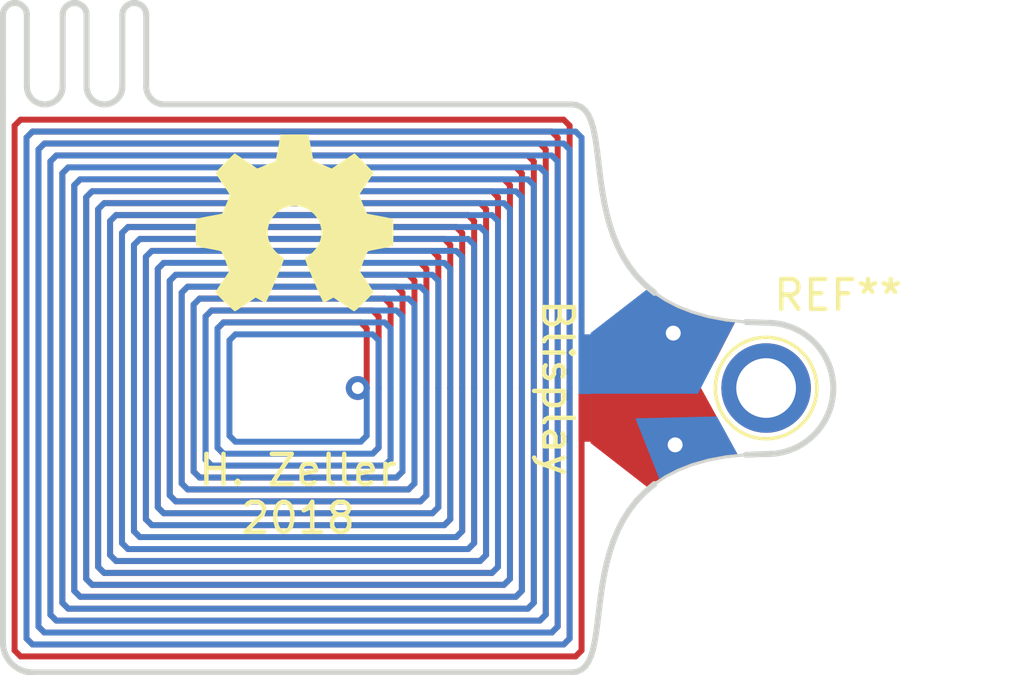
<source format=kicad_pcb>
(kicad_pcb (version 20171130) (host pcbnew "(6.0.0-rc1-dev-698-gf2a49c6bd)")

  (general
    (thickness 0.4)
    (drawings 496)
    (tracks 2)
    (zones 0)
    (modules 5)
    (nets 3)
  )

  (page A4)
  (layers
    (0 F.Cu signal)
    (31 B.Cu signal)
    (32 B.Adhes user)
    (33 F.Adhes user)
    (34 B.Paste user)
    (35 F.Paste user)
    (36 B.SilkS user)
    (37 F.SilkS user)
    (38 B.Mask user hide)
    (39 F.Mask user)
    (40 Dwgs.User user)
    (41 Cmts.User user)
    (42 Eco1.User user)
    (43 Eco2.User user)
    (44 Edge.Cuts user)
    (45 Margin user)
    (46 B.CrtYd user)
    (47 F.CrtYd user)
    (48 B.Fab user)
    (49 F.Fab user)
  )

  (setup
    (last_trace_width 0.25)
    (trace_clearance 0.2)
    (zone_clearance 0)
    (zone_45_only no)
    (trace_min 0.2)
    (via_size 0.8)
    (via_drill 0.4)
    (via_min_size 0.4)
    (via_min_drill 0.3)
    (uvia_size 0.3)
    (uvia_drill 0.1)
    (uvias_allowed no)
    (uvia_min_size 0.2)
    (uvia_min_drill 0.1)
    (edge_width 0.05)
    (segment_width 0.2)
    (pcb_text_width 0.3)
    (pcb_text_size 1.5 1.5)
    (mod_edge_width 0.12)
    (mod_text_size 1 1)
    (mod_text_width 0.15)
    (pad_size 1.4 1.4)
    (pad_drill 0.5)
    (pad_to_mask_clearance 0.051)
    (solder_mask_min_width 0.25)
    (aux_axis_origin 0 0)
    (visible_elements FFFFFF7F)
    (pcbplotparams
      (layerselection 0x010f0_ffffffff)
      (usegerberextensions false)
      (usegerberattributes false)
      (usegerberadvancedattributes false)
      (creategerberjobfile false)
      (excludeedgelayer true)
      (linewidth 0.100000)
      (plotframeref false)
      (viasonmask false)
      (mode 1)
      (useauxorigin false)
      (hpglpennumber 1)
      (hpglpenspeed 20)
      (hpglpendiameter 15.000000)
      (psnegative false)
      (psa4output false)
      (plotreference true)
      (plotvalue true)
      (plotinvisibletext false)
      (padsonsilk false)
      (subtractmaskfromsilk false)
      (outputformat 1)
      (mirror false)
      (drillshape 0)
      (scaleselection 1)
      (outputdirectory "plot"))
  )

  (net 0 "")
  (net 1 A)
  (net 2 B)

  (net_class Default "This is the default net class."
    (clearance 0.2)
    (trace_width 0.25)
    (via_dia 0.8)
    (via_drill 0.4)
    (uvia_dia 0.3)
    (uvia_drill 0.1)
    (add_net A)
    (add_net B)
  )

  (module Blisplay:coil (layer F.Cu) (tedit 5BB901A2) (tstamp 5BB91772)
    (at 134.6835 95.3135)
    (path /5BB90D0E)
    (fp_text reference L1 (at 0 0) (layer F.SilkS) hide
      (effects (font (size 1.524 1.524) (thickness 0.3)))
    )
    (fp_text value INDUCTOR (at 0 -2.54) (layer F.SilkS) hide
      (effects (font (size 1.524 1.524) (thickness 0.3)))
    )
    (fp_line (start 9.5 -8.4) (end 9.5 0) (layer B.Cu) (width 0.2))
    (fp_line (start 9.3 -8.6) (end 9.5 -8.4) (layer B.Cu) (width 0.2))
    (fp_line (start -8.9 -8.6) (end 9.3 -8.6) (layer B.Cu) (width 0.2))
    (fp_line (start -9.1 -8.4) (end -8.9 -8.6) (layer B.Cu) (width 0.2))
    (fp_line (start -9.1 8.4) (end -9.1 -8.4) (layer B.Cu) (width 0.2))
    (fp_line (start -8.9 8.6) (end -9.1 8.4) (layer B.Cu) (width 0.2))
    (fp_line (start 8.9 8.6) (end -8.9 8.6) (layer B.Cu) (width 0.2))
    (fp_line (start 9.1 8.4) (end 8.9 8.6) (layer B.Cu) (width 0.2))
    (fp_line (start 9.1 0) (end 9.1 8.4) (layer B.Cu) (width 0.2))
    (fp_line (start 9.1 -8) (end 9.1 0) (layer B.Cu) (width 0.2))
    (fp_line (start 8.9 -8.2) (end 9.1 -8) (layer B.Cu) (width 0.2))
    (fp_line (start -8.5 -8.2) (end 8.9 -8.2) (layer B.Cu) (width 0.2))
    (fp_line (start -8.7 -8) (end -8.5 -8.2) (layer B.Cu) (width 0.2))
    (fp_line (start -8.7 8) (end -8.7 -8) (layer B.Cu) (width 0.2))
    (fp_line (start -8.5 8.2) (end -8.7 8) (layer B.Cu) (width 0.2))
    (fp_line (start 8.5 8.2) (end -8.5 8.2) (layer B.Cu) (width 0.2))
    (fp_line (start 8.7 8) (end 8.5 8.2) (layer B.Cu) (width 0.2))
    (fp_line (start 8.7 0) (end 8.7 8) (layer B.Cu) (width 0.2))
    (fp_line (start 8.7 -7.6) (end 8.7 0) (layer B.Cu) (width 0.2))
    (fp_line (start 8.5 -7.8) (end 8.7 -7.6) (layer B.Cu) (width 0.2))
    (fp_line (start -8.1 -7.8) (end 8.5 -7.8) (layer B.Cu) (width 0.2))
    (fp_line (start -8.3 -7.6) (end -8.1 -7.8) (layer B.Cu) (width 0.2))
    (fp_line (start -8.3 7.6) (end -8.3 -7.6) (layer B.Cu) (width 0.2))
    (fp_line (start -8.1 7.8) (end -8.3 7.6) (layer B.Cu) (width 0.2))
    (fp_line (start 8.1 7.8) (end -8.1 7.8) (layer B.Cu) (width 0.2))
    (fp_line (start 8.3 7.6) (end 8.1 7.8) (layer B.Cu) (width 0.2))
    (fp_line (start 8.3 0) (end 8.3 7.6) (layer B.Cu) (width 0.2))
    (fp_line (start 8.3 -7.2) (end 8.3 0) (layer B.Cu) (width 0.2))
    (fp_line (start 8.1 -7.4) (end 8.3 -7.2) (layer B.Cu) (width 0.2))
    (fp_line (start -7.7 -7.4) (end 8.1 -7.4) (layer B.Cu) (width 0.2))
    (fp_line (start -7.9 -7.2) (end -7.7 -7.4) (layer B.Cu) (width 0.2))
    (fp_line (start -7.9 7.2) (end -7.9 -7.2) (layer B.Cu) (width 0.2))
    (fp_line (start -7.7 7.4) (end -7.9 7.2) (layer B.Cu) (width 0.2))
    (fp_line (start 7.7 7.4) (end -7.7 7.4) (layer B.Cu) (width 0.2))
    (fp_line (start 7.9 7.2) (end 7.7 7.4) (layer B.Cu) (width 0.2))
    (fp_line (start 7.9 0) (end 7.9 7.2) (layer B.Cu) (width 0.2))
    (fp_line (start 7.9 -6.8) (end 7.9 0) (layer B.Cu) (width 0.2))
    (fp_line (start 7.7 -7) (end 7.9 -6.8) (layer B.Cu) (width 0.2))
    (fp_line (start -7.3 -7) (end 7.7 -7) (layer B.Cu) (width 0.2))
    (fp_line (start -7.5 -6.8) (end -7.3 -7) (layer B.Cu) (width 0.2))
    (fp_line (start -7.5 6.8) (end -7.5 -6.8) (layer B.Cu) (width 0.2))
    (fp_line (start -7.3 7) (end -7.5 6.8) (layer B.Cu) (width 0.2))
    (fp_line (start 7.3 7) (end -7.3 7) (layer B.Cu) (width 0.2))
    (fp_line (start 7.5 6.8) (end 7.3 7) (layer B.Cu) (width 0.2))
    (fp_line (start 7.5 0) (end 7.5 6.8) (layer B.Cu) (width 0.2))
    (fp_line (start 7.5 -6.4) (end 7.5 0) (layer B.Cu) (width 0.2))
    (fp_line (start 7.3 -6.6) (end 7.5 -6.4) (layer B.Cu) (width 0.2))
    (fp_line (start -6.9 -6.6) (end 7.3 -6.6) (layer B.Cu) (width 0.2))
    (fp_line (start -7.1 -6.4) (end -6.9 -6.6) (layer B.Cu) (width 0.2))
    (fp_line (start -7.1 6.4) (end -7.1 -6.4) (layer B.Cu) (width 0.2))
    (fp_line (start -6.9 6.6) (end -7.1 6.4) (layer B.Cu) (width 0.2))
    (fp_line (start 6.9 6.6) (end -6.9 6.6) (layer B.Cu) (width 0.2))
    (fp_line (start 7.1 6.4) (end 6.9 6.6) (layer B.Cu) (width 0.2))
    (fp_line (start 7.1 0) (end 7.1 6.4) (layer B.Cu) (width 0.2))
    (fp_line (start 7.1 -6) (end 7.1 0) (layer B.Cu) (width 0.2))
    (fp_line (start 6.9 -6.2) (end 7.1 -6) (layer B.Cu) (width 0.2))
    (fp_line (start -6.5 -6.2) (end 6.9 -6.2) (layer B.Cu) (width 0.2))
    (fp_line (start -6.7 -6) (end -6.5 -6.2) (layer B.Cu) (width 0.2))
    (fp_line (start -6.7 6) (end -6.7 -6) (layer B.Cu) (width 0.2))
    (fp_line (start -6.5 6.2) (end -6.7 6) (layer B.Cu) (width 0.2))
    (fp_line (start 6.5 6.2) (end -6.5 6.2) (layer B.Cu) (width 0.2))
    (fp_line (start 6.7 6) (end 6.5 6.2) (layer B.Cu) (width 0.2))
    (fp_line (start 6.7 0) (end 6.7 6) (layer B.Cu) (width 0.2))
    (fp_line (start 6.7 -5.6) (end 6.7 0) (layer B.Cu) (width 0.2))
    (fp_line (start 6.5 -5.8) (end 6.7 -5.6) (layer B.Cu) (width 0.2))
    (fp_line (start -6.1 -5.8) (end 6.5 -5.8) (layer B.Cu) (width 0.2))
    (fp_line (start -6.3 -5.6) (end -6.1 -5.8) (layer B.Cu) (width 0.2))
    (fp_line (start -6.3 5.6) (end -6.3 -5.6) (layer B.Cu) (width 0.2))
    (fp_line (start -6.1 5.8) (end -6.3 5.6) (layer B.Cu) (width 0.2))
    (fp_line (start 6.1 5.8) (end -6.1 5.8) (layer B.Cu) (width 0.2))
    (fp_line (start 6.3 5.6) (end 6.1 5.8) (layer B.Cu) (width 0.2))
    (fp_line (start 6.3 0) (end 6.3 5.6) (layer B.Cu) (width 0.2))
    (fp_line (start 6.3 -5.2) (end 6.3 0) (layer B.Cu) (width 0.2))
    (fp_line (start 6.1 -5.4) (end 6.3 -5.2) (layer B.Cu) (width 0.2))
    (fp_line (start -5.7 -5.4) (end 6.1 -5.4) (layer B.Cu) (width 0.2))
    (fp_line (start -5.9 -5.2) (end -5.7 -5.4) (layer B.Cu) (width 0.2))
    (fp_line (start -5.9 5.2) (end -5.9 -5.2) (layer B.Cu) (width 0.2))
    (fp_line (start -5.7 5.4) (end -5.9 5.2) (layer B.Cu) (width 0.2))
    (fp_line (start 5.7 5.4) (end -5.7 5.4) (layer B.Cu) (width 0.2))
    (fp_line (start 5.9 5.2) (end 5.7 5.4) (layer B.Cu) (width 0.2))
    (fp_line (start 5.9 0) (end 5.9 5.2) (layer B.Cu) (width 0.2))
    (fp_line (start 5.9 -4.8) (end 5.9 0) (layer B.Cu) (width 0.2))
    (fp_line (start 5.7 -5) (end 5.9 -4.8) (layer B.Cu) (width 0.2))
    (fp_line (start -5.3 -5) (end 5.7 -5) (layer B.Cu) (width 0.2))
    (fp_line (start -5.5 -4.8) (end -5.3 -5) (layer B.Cu) (width 0.2))
    (fp_line (start -5.5 4.8) (end -5.5 -4.8) (layer B.Cu) (width 0.2))
    (fp_line (start -5.3 5) (end -5.5 4.8) (layer B.Cu) (width 0.2))
    (fp_line (start 5.3 5) (end -5.3 5) (layer B.Cu) (width 0.2))
    (fp_line (start 5.5 4.8) (end 5.3 5) (layer B.Cu) (width 0.2))
    (fp_line (start 5.5 0) (end 5.5 4.8) (layer B.Cu) (width 0.2))
    (fp_line (start 5.5 -4.4) (end 5.5 0) (layer B.Cu) (width 0.2))
    (fp_line (start 5.3 -4.6) (end 5.5 -4.4) (layer B.Cu) (width 0.2))
    (fp_line (start -4.9 -4.6) (end 5.3 -4.6) (layer B.Cu) (width 0.2))
    (fp_line (start -5.1 -4.4) (end -4.9 -4.6) (layer B.Cu) (width 0.2))
    (fp_line (start -5.1 4.4) (end -5.1 -4.4) (layer B.Cu) (width 0.2))
    (fp_line (start -4.9 4.6) (end -5.1 4.4) (layer B.Cu) (width 0.2))
    (fp_line (start 4.9 4.6) (end -4.9 4.6) (layer B.Cu) (width 0.2))
    (fp_line (start 5.1 4.4) (end 4.9 4.6) (layer B.Cu) (width 0.2))
    (fp_line (start 5.1 0) (end 5.1 4.4) (layer B.Cu) (width 0.2))
    (fp_line (start 5.1 -4) (end 5.1 0) (layer B.Cu) (width 0.2))
    (fp_line (start 4.9 -4.2) (end 5.1 -4) (layer B.Cu) (width 0.2))
    (fp_line (start -4.5 -4.2) (end 4.9 -4.2) (layer B.Cu) (width 0.2))
    (fp_line (start -4.7 -4) (end -4.5 -4.2) (layer B.Cu) (width 0.2))
    (fp_line (start -4.7 4) (end -4.7 -4) (layer B.Cu) (width 0.2))
    (fp_line (start -4.5 4.2) (end -4.7 4) (layer B.Cu) (width 0.2))
    (fp_line (start 4.5 4.2) (end -4.5 4.2) (layer B.Cu) (width 0.2))
    (fp_line (start 4.7 4) (end 4.5 4.2) (layer B.Cu) (width 0.2))
    (fp_line (start 4.7 0) (end 4.7 4) (layer B.Cu) (width 0.2))
    (fp_line (start 4.7 -3.6) (end 4.7 0) (layer B.Cu) (width 0.2))
    (fp_line (start 4.5 -3.8) (end 4.7 -3.6) (layer B.Cu) (width 0.2))
    (fp_line (start -4.1 -3.8) (end 4.5 -3.8) (layer B.Cu) (width 0.2))
    (fp_line (start -4.3 -3.6) (end -4.1 -3.8) (layer B.Cu) (width 0.2))
    (fp_line (start -4.3 3.6) (end -4.3 -3.6) (layer B.Cu) (width 0.2))
    (fp_line (start -4.1 3.8) (end -4.3 3.6) (layer B.Cu) (width 0.2))
    (fp_line (start 4.1 3.8) (end -4.1 3.8) (layer B.Cu) (width 0.2))
    (fp_line (start 4.3 3.6) (end 4.1 3.8) (layer B.Cu) (width 0.2))
    (fp_line (start 4.3 0) (end 4.3 3.6) (layer B.Cu) (width 0.2))
    (fp_line (start 4.3 -3.2) (end 4.3 0) (layer B.Cu) (width 0.2))
    (fp_line (start 4.1 -3.4) (end 4.3 -3.2) (layer B.Cu) (width 0.2))
    (fp_line (start -3.7 -3.4) (end 4.1 -3.4) (layer B.Cu) (width 0.2))
    (fp_line (start -3.9 -3.2) (end -3.7 -3.4) (layer B.Cu) (width 0.2))
    (fp_line (start -3.9 3.2) (end -3.9 -3.2) (layer B.Cu) (width 0.2))
    (fp_line (start -3.7 3.4) (end -3.9 3.2) (layer B.Cu) (width 0.2))
    (fp_line (start 3.7 3.4) (end -3.7 3.4) (layer B.Cu) (width 0.2))
    (fp_line (start 3.9 3.2) (end 3.7 3.4) (layer B.Cu) (width 0.2))
    (fp_line (start 3.9 0) (end 3.9 3.2) (layer B.Cu) (width 0.2))
    (fp_line (start 3.9 -2.8) (end 3.9 0) (layer B.Cu) (width 0.2))
    (fp_line (start 3.7 -3) (end 3.9 -2.8) (layer B.Cu) (width 0.2))
    (fp_line (start -3.3 -3) (end 3.7 -3) (layer B.Cu) (width 0.2))
    (fp_line (start -3.5 -2.8) (end -3.3 -3) (layer B.Cu) (width 0.2))
    (fp_line (start -3.5 2.8) (end -3.5 -2.8) (layer B.Cu) (width 0.2))
    (fp_line (start -3.3 3) (end -3.5 2.8) (layer B.Cu) (width 0.2))
    (fp_line (start 3.3 3) (end -3.3 3) (layer B.Cu) (width 0.2))
    (fp_line (start 3.5 2.8) (end 3.3 3) (layer B.Cu) (width 0.2))
    (fp_line (start 3.5 0) (end 3.5 2.8) (layer B.Cu) (width 0.2))
    (fp_line (start 3.5 -2.4) (end 3.5 0) (layer B.Cu) (width 0.2))
    (fp_line (start 3.3 -2.6) (end 3.5 -2.4) (layer B.Cu) (width 0.2))
    (fp_line (start -2.9 -2.6) (end 3.3 -2.6) (layer B.Cu) (width 0.2))
    (fp_line (start -3.1 -2.4) (end -2.9 -2.6) (layer B.Cu) (width 0.2))
    (fp_line (start -3.1 2.4) (end -3.1 -2.4) (layer B.Cu) (width 0.2))
    (fp_line (start -2.9 2.6) (end -3.1 2.4) (layer B.Cu) (width 0.2))
    (fp_line (start 2.9 2.6) (end -2.9 2.6) (layer B.Cu) (width 0.2))
    (fp_line (start 3.1 2.4) (end 2.9 2.6) (layer B.Cu) (width 0.2))
    (fp_line (start 3.1 0) (end 3.1 2.4) (layer B.Cu) (width 0.2))
    (fp_line (start 3.1 -2) (end 3.1 0) (layer B.Cu) (width 0.2))
    (fp_line (start 2.9 -2.2) (end 3.1 -2) (layer B.Cu) (width 0.2))
    (fp_line (start -2.5 -2.2) (end 2.9 -2.2) (layer B.Cu) (width 0.2))
    (fp_line (start -2.7 -2) (end -2.5 -2.2) (layer B.Cu) (width 0.2))
    (fp_line (start -2.7 2) (end -2.7 -2) (layer B.Cu) (width 0.2))
    (fp_line (start -2.5 2.2) (end -2.7 2) (layer B.Cu) (width 0.2))
    (fp_line (start 2.5 2.2) (end -2.5 2.2) (layer B.Cu) (width 0.2))
    (fp_line (start 2.7 2) (end 2.5 2.2) (layer B.Cu) (width 0.2))
    (fp_line (start 2.7 0) (end 2.7 2) (layer B.Cu) (width 0.2))
    (fp_line (start 2.7 -1.6) (end 2.7 0) (layer B.Cu) (width 0.2))
    (fp_line (start 2.5 -1.8) (end 2.7 -1.6) (layer B.Cu) (width 0.2))
    (fp_line (start -2.1 -1.8) (end 2.5 -1.8) (layer B.Cu) (width 0.2))
    (fp_line (start -2.3 -1.6) (end -2.1 -1.8) (layer B.Cu) (width 0.2))
    (fp_line (start -2.3 1.6) (end -2.3 -1.6) (layer B.Cu) (width 0.2))
    (fp_line (start -2.1 1.8) (end -2.3 1.6) (layer B.Cu) (width 0.2))
    (fp_line (start 2.1 1.8) (end -2.1 1.8) (layer B.Cu) (width 0.2))
    (fp_line (start 2.3 1.6) (end 2.1 1.8) (layer B.Cu) (width 0.2))
    (fp_line (start 2.3 0) (end 2.3 1.6) (layer B.Cu) (width 0.2))
    (fp_line (start 1.9 0) (end 2.3 0) (layer B.Cu) (width 0.2))
    (fp_line (start 2.3 0) (end 1.9 0) (layer F.Cu) (width 0.2))
    (fp_line (start 2.3 -2) (end 2.3 0) (layer F.Cu) (width 0.2))
    (fp_line (start 2.1 -2.2) (end 2.3 -2) (layer F.Cu) (width 0.2))
    (fp_line (start -2.5 -2.2) (end 2.1 -2.2) (layer F.Cu) (width 0.2))
    (fp_line (start -2.7 -2) (end -2.5 -2.2) (layer F.Cu) (width 0.2))
    (fp_line (start -2.7 2) (end -2.7 -2) (layer F.Cu) (width 0.2))
    (fp_line (start -2.5 2.2) (end -2.7 2) (layer F.Cu) (width 0.2))
    (fp_line (start 2.5 2.2) (end -2.5 2.2) (layer F.Cu) (width 0.2))
    (fp_line (start 2.7 2) (end 2.5 2.2) (layer F.Cu) (width 0.2))
    (fp_line (start 2.7 0) (end 2.7 2) (layer F.Cu) (width 0.2))
    (fp_line (start 2.7 -2.4) (end 2.7 0) (layer F.Cu) (width 0.2))
    (fp_line (start 2.5 -2.6) (end 2.7 -2.4) (layer F.Cu) (width 0.2))
    (fp_line (start -2.9 -2.6) (end 2.5 -2.6) (layer F.Cu) (width 0.2))
    (fp_line (start -3.1 -2.4) (end -2.9 -2.6) (layer F.Cu) (width 0.2))
    (fp_line (start -3.1 2.4) (end -3.1 -2.4) (layer F.Cu) (width 0.2))
    (fp_line (start -2.9 2.6) (end -3.1 2.4) (layer F.Cu) (width 0.2))
    (fp_line (start 2.9 2.6) (end -2.9 2.6) (layer F.Cu) (width 0.2))
    (fp_line (start 3.1 2.4) (end 2.9 2.6) (layer F.Cu) (width 0.2))
    (fp_line (start 3.1 0) (end 3.1 2.4) (layer F.Cu) (width 0.2))
    (fp_line (start 3.1 -2.8) (end 3.1 0) (layer F.Cu) (width 0.2))
    (fp_line (start 2.9 -3) (end 3.1 -2.8) (layer F.Cu) (width 0.2))
    (fp_line (start -3.3 -3) (end 2.9 -3) (layer F.Cu) (width 0.2))
    (fp_line (start -3.5 -2.8) (end -3.3 -3) (layer F.Cu) (width 0.2))
    (fp_line (start -3.5 2.8) (end -3.5 -2.8) (layer F.Cu) (width 0.2))
    (fp_line (start -3.3 3) (end -3.5 2.8) (layer F.Cu) (width 0.2))
    (fp_line (start 3.3 3) (end -3.3 3) (layer F.Cu) (width 0.2))
    (fp_line (start 3.5 2.8) (end 3.3 3) (layer F.Cu) (width 0.2))
    (fp_line (start 3.5 0) (end 3.5 2.8) (layer F.Cu) (width 0.2))
    (fp_line (start 3.5 -3.2) (end 3.5 0) (layer F.Cu) (width 0.2))
    (fp_line (start 3.3 -3.4) (end 3.5 -3.2) (layer F.Cu) (width 0.2))
    (fp_line (start -3.7 -3.4) (end 3.3 -3.4) (layer F.Cu) (width 0.2))
    (fp_line (start -3.9 -3.2) (end -3.7 -3.4) (layer F.Cu) (width 0.2))
    (fp_line (start -3.9 3.2) (end -3.9 -3.2) (layer F.Cu) (width 0.2))
    (fp_line (start -3.7 3.4) (end -3.9 3.2) (layer F.Cu) (width 0.2))
    (fp_line (start 3.7 3.4) (end -3.7 3.4) (layer F.Cu) (width 0.2))
    (fp_line (start 3.9 3.2) (end 3.7 3.4) (layer F.Cu) (width 0.2))
    (fp_line (start 3.9 0) (end 3.9 3.2) (layer F.Cu) (width 0.2))
    (fp_line (start 3.9 -3.6) (end 3.9 0) (layer F.Cu) (width 0.2))
    (fp_line (start 3.7 -3.8) (end 3.9 -3.6) (layer F.Cu) (width 0.2))
    (fp_line (start -4.1 -3.8) (end 3.7 -3.8) (layer F.Cu) (width 0.2))
    (fp_line (start -4.3 -3.6) (end -4.1 -3.8) (layer F.Cu) (width 0.2))
    (fp_line (start -4.3 3.6) (end -4.3 -3.6) (layer F.Cu) (width 0.2))
    (fp_line (start -4.1 3.8) (end -4.3 3.6) (layer F.Cu) (width 0.2))
    (fp_line (start 4.1 3.8) (end -4.1 3.8) (layer F.Cu) (width 0.2))
    (fp_line (start 4.3 3.6) (end 4.1 3.8) (layer F.Cu) (width 0.2))
    (fp_line (start 4.3 0) (end 4.3 3.6) (layer F.Cu) (width 0.2))
    (fp_line (start 4.3 -4) (end 4.3 0) (layer F.Cu) (width 0.2))
    (fp_line (start 4.1 -4.2) (end 4.3 -4) (layer F.Cu) (width 0.2))
    (fp_line (start -4.5 -4.2) (end 4.1 -4.2) (layer F.Cu) (width 0.2))
    (fp_line (start -4.7 -4) (end -4.5 -4.2) (layer F.Cu) (width 0.2))
    (fp_line (start -4.7 4) (end -4.7 -4) (layer F.Cu) (width 0.2))
    (fp_line (start -4.5 4.2) (end -4.7 4) (layer F.Cu) (width 0.2))
    (fp_line (start 4.5 4.2) (end -4.5 4.2) (layer F.Cu) (width 0.2))
    (fp_line (start 4.7 4) (end 4.5 4.2) (layer F.Cu) (width 0.2))
    (fp_line (start 4.7 0) (end 4.7 4) (layer F.Cu) (width 0.2))
    (fp_line (start 4.7 -4.4) (end 4.7 0) (layer F.Cu) (width 0.2))
    (fp_line (start 4.5 -4.6) (end 4.7 -4.4) (layer F.Cu) (width 0.2))
    (fp_line (start -4.9 -4.6) (end 4.5 -4.6) (layer F.Cu) (width 0.2))
    (fp_line (start -5.1 -4.4) (end -4.9 -4.6) (layer F.Cu) (width 0.2))
    (fp_line (start -5.1 4.4) (end -5.1 -4.4) (layer F.Cu) (width 0.2))
    (fp_line (start -4.9 4.6) (end -5.1 4.4) (layer F.Cu) (width 0.2))
    (fp_line (start 4.9 4.6) (end -4.9 4.6) (layer F.Cu) (width 0.2))
    (fp_line (start 5.1 4.4) (end 4.9 4.6) (layer F.Cu) (width 0.2))
    (fp_line (start 5.1 0) (end 5.1 4.4) (layer F.Cu) (width 0.2))
    (fp_line (start 5.1 -4.8) (end 5.1 0) (layer F.Cu) (width 0.2))
    (fp_line (start 4.9 -5) (end 5.1 -4.8) (layer F.Cu) (width 0.2))
    (fp_line (start -5.3 -5) (end 4.9 -5) (layer F.Cu) (width 0.2))
    (fp_line (start -5.5 -4.8) (end -5.3 -5) (layer F.Cu) (width 0.2))
    (fp_line (start -5.5 4.8) (end -5.5 -4.8) (layer F.Cu) (width 0.2))
    (fp_line (start -5.3 5) (end -5.5 4.8) (layer F.Cu) (width 0.2))
    (fp_line (start 5.3 5) (end -5.3 5) (layer F.Cu) (width 0.2))
    (fp_line (start 5.5 4.8) (end 5.3 5) (layer F.Cu) (width 0.2))
    (fp_line (start 5.5 0) (end 5.5 4.8) (layer F.Cu) (width 0.2))
    (fp_line (start 5.5 -5.2) (end 5.5 0) (layer F.Cu) (width 0.2))
    (fp_line (start 5.3 -5.4) (end 5.5 -5.2) (layer F.Cu) (width 0.2))
    (fp_line (start -5.7 -5.4) (end 5.3 -5.4) (layer F.Cu) (width 0.2))
    (fp_line (start -5.9 -5.2) (end -5.7 -5.4) (layer F.Cu) (width 0.2))
    (fp_line (start -5.9 5.2) (end -5.9 -5.2) (layer F.Cu) (width 0.2))
    (fp_line (start -5.7 5.4) (end -5.9 5.2) (layer F.Cu) (width 0.2))
    (fp_line (start 5.7 5.4) (end -5.7 5.4) (layer F.Cu) (width 0.2))
    (fp_line (start 5.9 5.2) (end 5.7 5.4) (layer F.Cu) (width 0.2))
    (fp_line (start 5.9 0) (end 5.9 5.2) (layer F.Cu) (width 0.2))
    (fp_line (start 5.9 -5.6) (end 5.9 0) (layer F.Cu) (width 0.2))
    (fp_line (start 5.7 -5.8) (end 5.9 -5.6) (layer F.Cu) (width 0.2))
    (fp_line (start -6.1 -5.8) (end 5.7 -5.8) (layer F.Cu) (width 0.2))
    (fp_line (start -6.3 -5.6) (end -6.1 -5.8) (layer F.Cu) (width 0.2))
    (fp_line (start -6.3 5.6) (end -6.3 -5.6) (layer F.Cu) (width 0.2))
    (fp_line (start -6.1 5.8) (end -6.3 5.6) (layer F.Cu) (width 0.2))
    (fp_line (start 6.1 5.8) (end -6.1 5.8) (layer F.Cu) (width 0.2))
    (fp_line (start 6.3 5.6) (end 6.1 5.8) (layer F.Cu) (width 0.2))
    (fp_line (start 6.3 0) (end 6.3 5.6) (layer F.Cu) (width 0.2))
    (fp_line (start 6.3 -6) (end 6.3 0) (layer F.Cu) (width 0.2))
    (fp_line (start 6.1 -6.2) (end 6.3 -6) (layer F.Cu) (width 0.2))
    (fp_line (start -6.5 -6.2) (end 6.1 -6.2) (layer F.Cu) (width 0.2))
    (fp_line (start -6.7 -6) (end -6.5 -6.2) (layer F.Cu) (width 0.2))
    (fp_line (start -6.7 6) (end -6.7 -6) (layer F.Cu) (width 0.2))
    (fp_line (start -6.5 6.2) (end -6.7 6) (layer F.Cu) (width 0.2))
    (fp_line (start 6.5 6.2) (end -6.5 6.2) (layer F.Cu) (width 0.2))
    (fp_line (start 6.7 6) (end 6.5 6.2) (layer F.Cu) (width 0.2))
    (fp_line (start 6.7 0) (end 6.7 6) (layer F.Cu) (width 0.2))
    (fp_line (start 6.7 -6.4) (end 6.7 0) (layer F.Cu) (width 0.2))
    (fp_line (start 6.5 -6.6) (end 6.7 -6.4) (layer F.Cu) (width 0.2))
    (fp_line (start -6.9 -6.6) (end 6.5 -6.6) (layer F.Cu) (width 0.2))
    (fp_line (start -7.1 -6.4) (end -6.9 -6.6) (layer F.Cu) (width 0.2))
    (fp_line (start -7.1 6.4) (end -7.1 -6.4) (layer F.Cu) (width 0.2))
    (fp_line (start -6.9 6.6) (end -7.1 6.4) (layer F.Cu) (width 0.2))
    (fp_line (start 6.9 6.6) (end -6.9 6.6) (layer F.Cu) (width 0.2))
    (fp_line (start 7.1 6.4) (end 6.9 6.6) (layer F.Cu) (width 0.2))
    (fp_line (start 7.1 0) (end 7.1 6.4) (layer F.Cu) (width 0.2))
    (fp_line (start 7.1 -6.8) (end 7.1 0) (layer F.Cu) (width 0.2))
    (fp_line (start 6.9 -7) (end 7.1 -6.8) (layer F.Cu) (width 0.2))
    (fp_line (start -7.3 -7) (end 6.9 -7) (layer F.Cu) (width 0.2))
    (fp_line (start -7.5 -6.8) (end -7.3 -7) (layer F.Cu) (width 0.2))
    (fp_line (start -7.5 6.8) (end -7.5 -6.8) (layer F.Cu) (width 0.2))
    (fp_line (start -7.3 7) (end -7.5 6.8) (layer F.Cu) (width 0.2))
    (fp_line (start 7.3 7) (end -7.3 7) (layer F.Cu) (width 0.2))
    (fp_line (start 7.5 6.8) (end 7.3 7) (layer F.Cu) (width 0.2))
    (fp_line (start 7.5 0) (end 7.5 6.8) (layer F.Cu) (width 0.2))
    (fp_line (start 7.5 -7.2) (end 7.5 0) (layer F.Cu) (width 0.2))
    (fp_line (start 7.3 -7.4) (end 7.5 -7.2) (layer F.Cu) (width 0.2))
    (fp_line (start -7.7 -7.4) (end 7.3 -7.4) (layer F.Cu) (width 0.2))
    (fp_line (start -7.9 -7.2) (end -7.7 -7.4) (layer F.Cu) (width 0.2))
    (fp_line (start -7.9 7.2) (end -7.9 -7.2) (layer F.Cu) (width 0.2))
    (fp_line (start -7.7 7.4) (end -7.9 7.2) (layer F.Cu) (width 0.2))
    (fp_line (start 7.7 7.4) (end -7.7 7.4) (layer F.Cu) (width 0.2))
    (fp_line (start 7.9 7.2) (end 7.7 7.4) (layer F.Cu) (width 0.2))
    (fp_line (start 7.9 0) (end 7.9 7.2) (layer F.Cu) (width 0.2))
    (fp_line (start 7.9 -7.6) (end 7.9 0) (layer F.Cu) (width 0.2))
    (fp_line (start 7.7 -7.8) (end 7.9 -7.6) (layer F.Cu) (width 0.2))
    (fp_line (start -8.1 -7.8) (end 7.7 -7.8) (layer F.Cu) (width 0.2))
    (fp_line (start -8.3 -7.6) (end -8.1 -7.8) (layer F.Cu) (width 0.2))
    (fp_line (start -8.3 7.6) (end -8.3 -7.6) (layer F.Cu) (width 0.2))
    (fp_line (start -8.1 7.8) (end -8.3 7.6) (layer F.Cu) (width 0.2))
    (fp_line (start 8.1 7.8) (end -8.1 7.8) (layer F.Cu) (width 0.2))
    (fp_line (start 8.3 7.6) (end 8.1 7.8) (layer F.Cu) (width 0.2))
    (fp_line (start 8.3 0) (end 8.3 7.6) (layer F.Cu) (width 0.2))
    (fp_line (start 8.3 -8) (end 8.3 0) (layer F.Cu) (width 0.2))
    (fp_line (start 8.1 -8.2) (end 8.3 -8) (layer F.Cu) (width 0.2))
    (fp_line (start -8.5 -8.2) (end 8.1 -8.2) (layer F.Cu) (width 0.2))
    (fp_line (start -8.7 -8) (end -8.5 -8.2) (layer F.Cu) (width 0.2))
    (fp_line (start -8.7 8) (end -8.7 -8) (layer F.Cu) (width 0.2))
    (fp_line (start -8.5 8.2) (end -8.7 8) (layer F.Cu) (width 0.2))
    (fp_line (start 8.5 8.2) (end -8.5 8.2) (layer F.Cu) (width 0.2))
    (fp_line (start 8.7 8) (end 8.5 8.2) (layer F.Cu) (width 0.2))
    (fp_line (start 8.7 0) (end 8.7 8) (layer F.Cu) (width 0.2))
    (fp_line (start 8.7 -8.4) (end 8.7 0) (layer F.Cu) (width 0.2))
    (fp_line (start 8.5 -8.6) (end 8.7 -8.4) (layer F.Cu) (width 0.2))
    (fp_line (start -8.9 -8.6) (end 8.5 -8.6) (layer F.Cu) (width 0.2))
    (fp_line (start -9.1 -8.4) (end -8.9 -8.6) (layer F.Cu) (width 0.2))
    (fp_line (start -9.1 8.4) (end -9.1 -8.4) (layer F.Cu) (width 0.2))
    (fp_line (start -8.9 8.6) (end -9.1 8.4) (layer F.Cu) (width 0.2))
    (fp_line (start 8.9 8.6) (end -8.9 8.6) (layer F.Cu) (width 0.2))
    (fp_line (start 9.1 8.4) (end 8.9 8.6) (layer F.Cu) (width 0.2))
    (fp_line (start 9.1 0) (end 9.1 8.4) (layer F.Cu) (width 0.2))
    (fp_line (start 9.1 -8.8) (end 9.1 0) (layer F.Cu) (width 0.2))
    (fp_line (start 8.9 -9) (end 9.1 -8.8) (layer F.Cu) (width 0.2))
    (fp_line (start -9.3 -9) (end 8.9 -9) (layer F.Cu) (width 0.2))
    (fp_line (start -9.5 -8.8) (end -9.3 -9) (layer F.Cu) (width 0.2))
    (fp_line (start -9.5 8.8) (end -9.5 -8.8) (layer F.Cu) (width 0.2))
    (fp_line (start -9.3 9) (end -9.5 8.8) (layer F.Cu) (width 0.2))
    (fp_line (start 9.3 9) (end -9.3 9) (layer F.Cu) (width 0.2))
    (fp_line (start 9.5 8.8) (end 9.3 9) (layer F.Cu) (width 0.2))
    (fp_line (start 9.5 0) (end 9.5 8.8) (layer F.Cu) (width 0.2))
    (pad "" thru_hole circle (at 2 0) (size 0.8 0.8) (drill 0.4) (layers *.Cu)
      (zone_connect 2))
    (pad 2 smd rect (at 9.6 -0.8) (size 0.4 2) (layers B.Cu)
      (net 2 B))
    (pad 1 smd rect (at 9.6 0.8) (size 0.4 2) (layers F.Cu)
      (net 1 A))
  )

  (module Connectors:Pin_d0.7mm_L6.5mm_W1.8mm_FlatFork (layer F.Cu) (tedit 5BB93D0D) (tstamp 5BB9C67D)
    (at 147.32 97.2185)
    (descr "solder Pin_ with flat fork, hole diameter 0.7mm, length 6.5mm, width 1.8mm")
    (tags "solder Pin_ with flat fork")
    (path /5BB93740)
    (fp_text reference J1 (at -2.159 -0.1905) (layer F.SilkS) hide
      (effects (font (size 1 1) (thickness 0.15)))
    )
    (fp_text value Conn_01x01 (at 2.8575 3.8735) (layer F.Fab)
      (effects (font (size 1 1) (thickness 0.15)))
    )
    (fp_text user %R (at 0.127 1.9685) (layer F.Fab)
      (effects (font (size 1 1) (thickness 0.15)))
    )
    (pad 1 thru_hole circle (at 0 0) (size 1.4 1.4) (drill 0.5) (layers *.Cu *.Mask)
      (net 1 A))
  )

  (module Connectors:Pin_d0.7mm_L6.5mm_W1.8mm_FlatFork (layer F.Cu) (tedit 5BB93CED) (tstamp 5BB9C690)
    (at 147.2565 93.472)
    (descr "solder Pin_ with flat fork, hole diameter 0.7mm, length 6.5mm, width 1.8mm")
    (tags "solder Pin_ with flat fork")
    (path /5BB9378B)
    (fp_text reference J2 (at -2.2225 0.0635 90) (layer F.SilkS) hide
      (effects (font (size 1 1) (thickness 0.15)))
    )
    (fp_text value Conn_01x01 (at 2.921 -3.937) (layer F.Fab)
      (effects (font (size 1 1) (thickness 0.15)))
    )
    (fp_text user %R (at 0.1905 -2.4765) (layer F.Fab)
      (effects (font (size 1 1) (thickness 0.15)))
    )
    (pad 1 thru_hole circle (at 0 0) (size 1.4 1.4) (drill 0.5) (layers *.Cu *.Mask)
      (net 2 B))
  )

  (module Connectors_TestPoints:Test_Point_Plated_Hole_d2.0mm locked (layer F.Cu) (tedit 59B52CFF) (tstamp 5BB93F3D)
    (at 150.368 95.3135)
    (descr "Plated Hole as test Point, diameter 2.0mm")
    (tags "test point plated hole")
    (attr virtual)
    (fp_text reference REF** (at 2.413 -3.1115) (layer F.SilkS)
      (effects (font (size 1 1) (thickness 0.15)))
    )
    (fp_text value Fulcrum (at 5.5245 -0.0635) (layer F.Fab)
      (effects (font (size 1 1) (thickness 0.15)))
    )
    (fp_circle (center 0 0) (end 0 -1.7) (layer F.SilkS) (width 0.12))
    (fp_circle (center 0 0) (end 1.8 0) (layer F.CrtYd) (width 0.05))
    (fp_text user %R (at 4.7625 -1.5875) (layer F.Fab)
      (effects (font (size 1 1) (thickness 0.15)))
    )
    (pad 1 thru_hole circle (at 0 0) (size 3 3) (drill 2) (layers *.Cu *.Mask))
  )

  (module Symbols:OSHW-Symbol_6.7x6mm_SilkScreen (layer F.Cu) (tedit 0) (tstamp 5BBA3884)
    (at 134.5565 89.789)
    (descr "Open Source Hardware Symbol")
    (tags "Logo Symbol OSHW")
    (attr virtual)
    (fp_text reference REF*** (at 0 0) (layer F.SilkS) hide
      (effects (font (size 1 1) (thickness 0.15)))
    )
    (fp_text value OSHW-Symbol_6.7x6mm_SilkScreen (at 0.75 0) (layer F.Fab) hide
      (effects (font (size 1 1) (thickness 0.15)))
    )
    (fp_poly (pts (xy 0.555814 -2.531069) (xy 0.639635 -2.086445) (xy 0.94892 -1.958947) (xy 1.258206 -1.831449)
      (xy 1.629246 -2.083754) (xy 1.733157 -2.154004) (xy 1.827087 -2.216728) (xy 1.906652 -2.269062)
      (xy 1.96747 -2.308143) (xy 2.005157 -2.331107) (xy 2.015421 -2.336058) (xy 2.03391 -2.323324)
      (xy 2.07342 -2.288118) (xy 2.129522 -2.234938) (xy 2.197787 -2.168282) (xy 2.273786 -2.092646)
      (xy 2.353092 -2.012528) (xy 2.431275 -1.932426) (xy 2.503907 -1.856836) (xy 2.566559 -1.790255)
      (xy 2.614803 -1.737182) (xy 2.64421 -1.702113) (xy 2.651241 -1.690377) (xy 2.641123 -1.66874)
      (xy 2.612759 -1.621338) (xy 2.569129 -1.552807) (xy 2.513218 -1.467785) (xy 2.448006 -1.370907)
      (xy 2.410219 -1.31565) (xy 2.341343 -1.214752) (xy 2.28014 -1.123701) (xy 2.229578 -1.04703)
      (xy 2.192628 -0.989272) (xy 2.172258 -0.954957) (xy 2.169197 -0.947746) (xy 2.176136 -0.927252)
      (xy 2.195051 -0.879487) (xy 2.223087 -0.811168) (xy 2.257391 -0.729011) (xy 2.295109 -0.63973)
      (xy 2.333387 -0.550042) (xy 2.36937 -0.466662) (xy 2.400206 -0.396306) (xy 2.423039 -0.34569)
      (xy 2.435017 -0.321529) (xy 2.435724 -0.320578) (xy 2.454531 -0.315964) (xy 2.504618 -0.305672)
      (xy 2.580793 -0.290713) (xy 2.677865 -0.272099) (xy 2.790643 -0.250841) (xy 2.856442 -0.238582)
      (xy 2.97695 -0.215638) (xy 3.085797 -0.193805) (xy 3.177476 -0.174278) (xy 3.246481 -0.158252)
      (xy 3.287304 -0.146921) (xy 3.295511 -0.143326) (xy 3.303548 -0.118994) (xy 3.310033 -0.064041)
      (xy 3.31497 0.015108) (xy 3.318364 0.112026) (xy 3.320218 0.220287) (xy 3.320538 0.333465)
      (xy 3.319327 0.445135) (xy 3.31659 0.548868) (xy 3.312331 0.638241) (xy 3.306555 0.706826)
      (xy 3.299267 0.748197) (xy 3.294895 0.75681) (xy 3.268764 0.767133) (xy 3.213393 0.781892)
      (xy 3.136107 0.799352) (xy 3.04423 0.81778) (xy 3.012158 0.823741) (xy 2.857524 0.852066)
      (xy 2.735375 0.874876) (xy 2.641673 0.89308) (xy 2.572384 0.907583) (xy 2.523471 0.919292)
      (xy 2.490897 0.929115) (xy 2.470628 0.937956) (xy 2.458626 0.946724) (xy 2.456947 0.948457)
      (xy 2.440184 0.976371) (xy 2.414614 1.030695) (xy 2.382788 1.104777) (xy 2.34726 1.191965)
      (xy 2.310583 1.285608) (xy 2.275311 1.379052) (xy 2.243996 1.465647) (xy 2.219193 1.53874)
      (xy 2.203454 1.591678) (xy 2.199332 1.617811) (xy 2.199676 1.618726) (xy 2.213641 1.640086)
      (xy 2.245322 1.687084) (xy 2.291391 1.754827) (xy 2.348518 1.838423) (xy 2.413373 1.932982)
      (xy 2.431843 1.959854) (xy 2.497699 2.057275) (xy 2.55565 2.146163) (xy 2.602538 2.221412)
      (xy 2.635207 2.27792) (xy 2.6505 2.310581) (xy 2.651241 2.314593) (xy 2.638392 2.335684)
      (xy 2.602888 2.377464) (xy 2.549293 2.435445) (xy 2.482171 2.505135) (xy 2.406087 2.582045)
      (xy 2.325604 2.661683) (xy 2.245287 2.739561) (xy 2.169699 2.811186) (xy 2.103405 2.87207)
      (xy 2.050969 2.917721) (xy 2.016955 2.94365) (xy 2.007545 2.947883) (xy 1.985643 2.937912)
      (xy 1.9408 2.91102) (xy 1.880321 2.871736) (xy 1.833789 2.840117) (xy 1.749475 2.782098)
      (xy 1.649626 2.713784) (xy 1.549473 2.645579) (xy 1.495627 2.609075) (xy 1.313371 2.4858)
      (xy 1.160381 2.56852) (xy 1.090682 2.604759) (xy 1.031414 2.632926) (xy 0.991311 2.648991)
      (xy 0.981103 2.651226) (xy 0.968829 2.634722) (xy 0.944613 2.588082) (xy 0.910263 2.515609)
      (xy 0.867588 2.421606) (xy 0.818394 2.310374) (xy 0.76449 2.186215) (xy 0.707684 2.053432)
      (xy 0.649782 1.916327) (xy 0.592593 1.779202) (xy 0.537924 1.646358) (xy 0.487584 1.522098)
      (xy 0.44338 1.410725) (xy 0.407119 1.316539) (xy 0.380609 1.243844) (xy 0.365658 1.196941)
      (xy 0.363254 1.180833) (xy 0.382311 1.160286) (xy 0.424036 1.126933) (xy 0.479706 1.087702)
      (xy 0.484378 1.084599) (xy 0.628264 0.969423) (xy 0.744283 0.835053) (xy 0.83143 0.685784)
      (xy 0.888699 0.525913) (xy 0.915086 0.359737) (xy 0.909585 0.191552) (xy 0.87119 0.025655)
      (xy 0.798895 -0.133658) (xy 0.777626 -0.168513) (xy 0.666996 -0.309263) (xy 0.536302 -0.422286)
      (xy 0.390064 -0.506997) (xy 0.232808 -0.562806) (xy 0.069057 -0.589126) (xy -0.096667 -0.58537)
      (xy -0.259838 -0.55095) (xy -0.415935 -0.485277) (xy -0.560433 -0.387765) (xy -0.605131 -0.348187)
      (xy -0.718888 -0.224297) (xy -0.801782 -0.093876) (xy -0.858644 0.052315) (xy -0.890313 0.197088)
      (xy -0.898131 0.35986) (xy -0.872062 0.52344) (xy -0.814755 0.682298) (xy -0.728856 0.830906)
      (xy -0.617014 0.963735) (xy -0.481877 1.075256) (xy -0.464117 1.087011) (xy -0.40785 1.125508)
      (xy -0.365077 1.158863) (xy -0.344628 1.18016) (xy -0.344331 1.180833) (xy -0.348721 1.203871)
      (xy -0.366124 1.256157) (xy -0.394732 1.33339) (xy -0.432735 1.431268) (xy -0.478326 1.545491)
      (xy -0.529697 1.671758) (xy -0.585038 1.805767) (xy -0.642542 1.943218) (xy -0.700399 2.079808)
      (xy -0.756802 2.211237) (xy -0.809942 2.333205) (xy -0.85801 2.441409) (xy -0.899199 2.531549)
      (xy -0.931699 2.599323) (xy -0.953703 2.64043) (xy -0.962564 2.651226) (xy -0.98964 2.642819)
      (xy -1.040303 2.620272) (xy -1.105817 2.587613) (xy -1.141841 2.56852) (xy -1.294832 2.4858)
      (xy -1.477088 2.609075) (xy -1.570125 2.672228) (xy -1.671985 2.741727) (xy -1.767438 2.807165)
      (xy -1.81525 2.840117) (xy -1.882495 2.885273) (xy -1.939436 2.921057) (xy -1.978646 2.942938)
      (xy -1.991381 2.947563) (xy -2.009917 2.935085) (xy -2.050941 2.900252) (xy -2.110475 2.846678)
      (xy -2.184542 2.777983) (xy -2.269165 2.697781) (xy -2.322685 2.646286) (xy -2.416319 2.554286)
      (xy -2.497241 2.471999) (xy -2.562177 2.402945) (xy -2.607858 2.350644) (xy -2.631011 2.318616)
      (xy -2.633232 2.312116) (xy -2.622924 2.287394) (xy -2.594439 2.237405) (xy -2.550937 2.167212)
      (xy -2.495577 2.081875) (xy -2.43152 1.986456) (xy -2.413303 1.959854) (xy -2.346927 1.863167)
      (xy -2.287378 1.776117) (xy -2.237984 1.703595) (xy -2.202075 1.650493) (xy -2.182981 1.621703)
      (xy -2.181136 1.618726) (xy -2.183895 1.595782) (xy -2.198538 1.545336) (xy -2.222513 1.474041)
      (xy -2.253266 1.388547) (xy -2.288244 1.295507) (xy -2.324893 1.201574) (xy -2.360661 1.113399)
      (xy -2.392994 1.037634) (xy -2.419338 0.980931) (xy -2.437142 0.949943) (xy -2.438407 0.948457)
      (xy -2.449294 0.939601) (xy -2.467682 0.930843) (xy -2.497606 0.921277) (xy -2.543103 0.909996)
      (xy -2.608209 0.896093) (xy -2.696961 0.878663) (xy -2.813393 0.856798) (xy -2.961542 0.829591)
      (xy -2.993618 0.823741) (xy -3.088686 0.805374) (xy -3.171565 0.787405) (xy -3.23493 0.771569)
      (xy -3.271458 0.7596) (xy -3.276356 0.75681) (xy -3.284427 0.732072) (xy -3.290987 0.67679)
      (xy -3.296033 0.597389) (xy -3.299559 0.500296) (xy -3.301561 0.391938) (xy -3.302036 0.27874)
      (xy -3.300977 0.167128) (xy -3.298382 0.063529) (xy -3.294246 -0.025632) (xy -3.288563 -0.093928)
      (xy -3.281331 -0.134934) (xy -3.276971 -0.143326) (xy -3.252698 -0.151792) (xy -3.197426 -0.165565)
      (xy -3.116662 -0.18345) (xy -3.015912 -0.204252) (xy -2.900683 -0.226777) (xy -2.837902 -0.238582)
      (xy -2.718787 -0.260849) (xy -2.612565 -0.281021) (xy -2.524427 -0.298085) (xy -2.459566 -0.311031)
      (xy -2.423174 -0.318845) (xy -2.417184 -0.320578) (xy -2.407061 -0.34011) (xy -2.385662 -0.387157)
      (xy -2.355839 -0.454997) (xy -2.320445 -0.536909) (xy -2.282332 -0.626172) (xy -2.244353 -0.716065)
      (xy -2.20936 -0.799865) (xy -2.180206 -0.870853) (xy -2.159743 -0.922306) (xy -2.150823 -0.947503)
      (xy -2.150657 -0.948604) (xy -2.160769 -0.968481) (xy -2.189117 -1.014223) (xy -2.232723 -1.081283)
      (xy -2.288606 -1.165116) (xy -2.353787 -1.261174) (xy -2.391679 -1.31635) (xy -2.460725 -1.417519)
      (xy -2.52205 -1.50937) (xy -2.572663 -1.587256) (xy -2.609571 -1.646531) (xy -2.629782 -1.682549)
      (xy -2.632701 -1.690623) (xy -2.620153 -1.709416) (xy -2.585463 -1.749543) (xy -2.533063 -1.806507)
      (xy -2.467384 -1.875815) (xy -2.392856 -1.952969) (xy -2.313913 -2.033475) (xy -2.234983 -2.112837)
      (xy -2.1605 -2.18656) (xy -2.094894 -2.250148) (xy -2.042596 -2.299106) (xy -2.008039 -2.328939)
      (xy -1.996478 -2.336058) (xy -1.977654 -2.326047) (xy -1.932631 -2.297922) (xy -1.865787 -2.254546)
      (xy -1.781499 -2.198782) (xy -1.684144 -2.133494) (xy -1.610707 -2.083754) (xy -1.239667 -1.831449)
      (xy -0.621095 -2.086445) (xy -0.537275 -2.531069) (xy -0.453454 -2.975693) (xy 0.471994 -2.975693)
      (xy 0.555814 -2.531069)) (layer F.SilkS) (width 0.01))
  )

  (gr_text Blisplay (at 143.383 95.3135 270) (layer F.SilkS)
    (effects (font (size 1 1) (thickness 0.15)))
  )
  (gr_text "H. Zeller\n2018" (at 134.6835 98.8695) (layer F.SilkS)
    (effects (font (size 1 1) (thickness 0.15)))
  )
  (gr_poly (pts (xy 147.2565 99.314) (xy 146.1135 96.393) (xy 148.6535 96.393) (xy 149.7965 98.4885)) (layer B.Mask) (width 0.15) (tstamp 5BBA2D44))
  (gr_poly (pts (xy 147.2565 99.314) (xy 146.1135 96.393) (xy 148.6535 96.393) (xy 149.7965 98.4885)) (layer F.Mask) (width 0.15) (tstamp 5BBA2D06))
  (gr_poly (pts (xy 147.1295 91.5035) (xy 145.9865 94.361) (xy 148.5265 94.361) (xy 149.6695 92.329)) (layer B.Mask) (width 0.15) (tstamp 5BBA2CD5))
  (gr_poly (pts (xy 147.066 91.821) (xy 145.9865 94.361) (xy 148.59 94.2975) (xy 149.6695 92.2655)) (layer F.Mask) (width 0.15))
  (gr_line (start 124.79618 103.905185) (end 124.7947 103.850331) (layer Edge.Cuts) (width 0.2))
  (gr_line (start 124.800569 103.959268) (end 124.79618 103.905185) (layer Edge.Cuts) (width 0.2))
  (gr_line (start 124.807791 104.012502) (end 124.800569 103.959268) (layer Edge.Cuts) (width 0.2))
  (gr_line (start 124.817769 104.064812) (end 124.807791 104.012502) (layer Edge.Cuts) (width 0.2))
  (gr_line (start 124.830427 104.116121) (end 124.817769 104.064812) (layer Edge.Cuts) (width 0.2))
  (gr_line (start 124.845689 104.166352) (end 124.830427 104.116121) (layer Edge.Cuts) (width 0.2))
  (gr_line (start 124.863479 104.21543) (end 124.845689 104.166352) (layer Edge.Cuts) (width 0.2))
  (gr_line (start 124.883719 104.263278) (end 124.863479 104.21543) (layer Edge.Cuts) (width 0.2))
  (gr_line (start 124.906335 104.30982) (end 124.883719 104.263278) (layer Edge.Cuts) (width 0.2))
  (gr_line (start 124.931249 104.35498) (end 124.906335 104.30982) (layer Edge.Cuts) (width 0.2))
  (gr_line (start 124.958385 104.39868) (end 124.931249 104.35498) (layer Edge.Cuts) (width 0.2))
  (gr_line (start 124.987666 104.440845) (end 124.958385 104.39868) (layer Edge.Cuts) (width 0.2))
  (gr_line (start 125.019018 104.481399) (end 124.987666 104.440845) (layer Edge.Cuts) (width 0.2))
  (gr_line (start 125.052362 104.520265) (end 125.019018 104.481399) (layer Edge.Cuts) (width 0.2))
  (gr_line (start 125.087623 104.557367) (end 125.052362 104.520265) (layer Edge.Cuts) (width 0.2))
  (gr_line (start 125.124725 104.592628) (end 125.087623 104.557367) (layer Edge.Cuts) (width 0.2))
  (gr_line (start 125.163591 104.625972) (end 125.124725 104.592628) (layer Edge.Cuts) (width 0.2))
  (gr_line (start 125.204145 104.657324) (end 125.163591 104.625972) (layer Edge.Cuts) (width 0.2))
  (gr_line (start 125.24631 104.686605) (end 125.204145 104.657324) (layer Edge.Cuts) (width 0.2))
  (gr_line (start 125.29001 104.713741) (end 125.24631 104.686605) (layer Edge.Cuts) (width 0.2))
  (gr_line (start 125.33517 104.738655) (end 125.29001 104.713741) (layer Edge.Cuts) (width 0.2))
  (gr_line (start 125.381712 104.761271) (end 125.33517 104.738655) (layer Edge.Cuts) (width 0.2))
  (gr_line (start 125.42956 104.781511) (end 125.381712 104.761271) (layer Edge.Cuts) (width 0.2))
  (gr_line (start 125.478638 104.799301) (end 125.42956 104.781511) (layer Edge.Cuts) (width 0.2))
  (gr_line (start 125.528869 104.814563) (end 125.478638 104.799301) (layer Edge.Cuts) (width 0.2))
  (gr_line (start 125.580178 104.827221) (end 125.528869 104.814563) (layer Edge.Cuts) (width 0.2))
  (gr_line (start 125.632488 104.837199) (end 125.580178 104.827221) (layer Edge.Cuts) (width 0.2))
  (gr_line (start 125.685722 104.844421) (end 125.632488 104.837199) (layer Edge.Cuts) (width 0.2))
  (gr_line (start 125.739805 104.84881) (end 125.685722 104.844421) (layer Edge.Cuts) (width 0.2))
  (gr_line (start 125.794659 104.85029) (end 125.739805 104.84881) (layer Edge.Cuts) (width 0.2))
  (gr_line (start 143.8447 104.85029) (end 125.794659 104.85029) (layer Edge.Cuts) (width 0.2))
  (gr_line (start 144.0285 104.826416) (end 143.8447 104.85029) (layer Edge.Cuts) (width 0.2))
  (gr_line (start 144.1821 104.756964) (end 144.0285 104.826416) (layer Edge.Cuts) (width 0.2))
  (gr_line (start 144.309 104.64519) (end 144.1821 104.756964) (layer Edge.Cuts) (width 0.2))
  (gr_line (start 144.4129 104.494349) (end 144.309 104.64519) (layer Edge.Cuts) (width 0.2))
  (gr_line (start 144.497 104.307697) (end 144.4129 104.494349) (layer Edge.Cuts) (width 0.2))
  (gr_line (start 144.565 104.088489) (end 144.497 104.307697) (layer Edge.Cuts) (width 0.2))
  (gr_line (start 144.6202 103.83998) (end 144.565 104.088489) (layer Edge.Cuts) (width 0.2))
  (gr_line (start 144.6663 103.56543) (end 144.6202 103.83998) (layer Edge.Cuts) (width 0.2))
  (gr_line (start 144.7067 103.26809) (end 144.6663 103.56543) (layer Edge.Cuts) (width 0.2))
  (gr_line (start 144.7449 102.95121) (end 144.7067 103.26809) (layer Edge.Cuts) (width 0.2))
  (gr_line (start 144.7843 102.61806) (end 144.7449 102.95121) (layer Edge.Cuts) (width 0.2))
  (gr_line (start 144.8285 102.27189) (end 144.7843 102.61806) (layer Edge.Cuts) (width 0.2))
  (gr_line (start 144.881 101.91595) (end 144.8285 102.27189) (layer Edge.Cuts) (width 0.2))
  (gr_line (start 144.9452 101.55349) (end 144.881 101.91595) (layer Edge.Cuts) (width 0.2))
  (gr_line (start 145.0247 101.18779) (end 144.9452 101.55349) (layer Edge.Cuts) (width 0.2))
  (gr_line (start 145.1229 100.82208) (end 145.0247 101.18779) (layer Edge.Cuts) (width 0.2))
  (gr_line (start 145.2433 100.45963) (end 145.1229 100.82208) (layer Edge.Cuts) (width 0.2))
  (gr_line (start 145.3895 100.10369) (end 145.2433 100.45963) (layer Edge.Cuts) (width 0.2))
  (gr_line (start 145.5648 99.75751) (end 145.3895 100.10369) (layer Edge.Cuts) (width 0.2))
  (gr_line (start 145.7729 99.42436) (end 145.5648 99.75751) (layer Edge.Cuts) (width 0.2))
  (gr_line (start 146.0171 99.10748) (end 145.7729 99.42436) (layer Edge.Cuts) (width 0.2))
  (gr_line (start 146.301 98.81014) (end 146.0171 99.10748) (layer Edge.Cuts) (width 0.2))
  (gr_line (start 146.6281 98.53559) (end 146.301 98.81014) (layer Edge.Cuts) (width 0.2))
  (gr_line (start 147.0019 98.28708) (end 146.6281 98.53559) (layer Edge.Cuts) (width 0.1))
  (gr_line (start 147.4258 98.06788) (end 147.0019 98.28708) (layer Edge.Cuts) (width 0.1))
  (gr_line (start 147.9033 97.88122) (end 147.4258 98.06788) (layer Edge.Cuts) (width 0.1))
  (gr_line (start 148.438 97.73038) (end 147.9033 97.88122) (layer Edge.Cuts) (width 0.1))
  (gr_line (start 149.0333 97.61861) (end 148.438 97.73038) (layer Edge.Cuts) (width 0.1))
  (gr_line (start 149.6927 97.54916) (end 149.0333 97.61861) (layer Edge.Cuts) (width 0.1))
  (gr_line (start 150.4198 97.52528) (end 149.6927 97.54916) (layer Edge.Cuts) (width 0.2))
  (gr_line (start 150.5405 97.52203) (end 150.4198 97.52528) (layer Edge.Cuts) (width 0.2))
  (gr_line (start 150.6595 97.51237) (end 150.5405 97.52203) (layer Edge.Cuts) (width 0.2))
  (gr_line (start 150.7766 97.49649) (end 150.6595 97.51237) (layer Edge.Cuts) (width 0.2))
  (gr_line (start 150.8917 97.47454) (end 150.7766 97.49649) (layer Edge.Cuts) (width 0.2))
  (gr_line (start 151.0046 97.44669) (end 150.8917 97.47454) (layer Edge.Cuts) (width 0.2))
  (gr_line (start 151.1151 97.41312) (end 151.0046 97.44669) (layer Edge.Cuts) (width 0.2))
  (gr_line (start 151.2231 97.37398) (end 151.1151 97.41312) (layer Edge.Cuts) (width 0.2))
  (gr_line (start 151.3284 97.32946) (end 151.2231 97.37398) (layer Edge.Cuts) (width 0.2))
  (gr_line (start 151.4308 97.27971) (end 151.3284 97.32946) (layer Edge.Cuts) (width 0.2))
  (gr_line (start 151.5301 97.2249) (end 151.4308 97.27971) (layer Edge.Cuts) (width 0.2))
  (gr_line (start 151.6263 97.1652) (end 151.5301 97.2249) (layer Edge.Cuts) (width 0.2))
  (gr_line (start 151.719 97.10079) (end 151.6263 97.1652) (layer Edge.Cuts) (width 0.2))
  (gr_line (start 151.8082 97.03181) (end 151.719 97.10079) (layer Edge.Cuts) (width 0.2))
  (gr_line (start 151.8937 96.95846) (end 151.8082 97.03181) (layer Edge.Cuts) (width 0.2))
  (gr_line (start 151.9754 96.88089) (end 151.8937 96.95846) (layer Edge.Cuts) (width 0.2))
  (gr_line (start 152.0529 96.79926) (end 151.9754 96.88089) (layer Edge.Cuts) (width 0.2))
  (gr_line (start 152.1263 96.71376) (end 152.0529 96.79926) (layer Edge.Cuts) (width 0.2))
  (gr_line (start 152.1953 96.62454) (end 152.1263 96.71376) (layer Edge.Cuts) (width 0.2))
  (gr_line (start 152.2597 96.53177) (end 152.1953 96.62454) (layer Edge.Cuts) (width 0.2))
  (gr_line (start 152.3194 96.43563) (end 152.2597 96.53177) (layer Edge.Cuts) (width 0.2))
  (gr_line (start 152.3742 96.33627) (end 152.3194 96.43563) (layer Edge.Cuts) (width 0.2))
  (gr_line (start 152.4239 96.23387) (end 152.3742 96.33627) (layer Edge.Cuts) (width 0.2))
  (gr_line (start 152.4685 96.1286) (end 152.4239 96.23387) (layer Edge.Cuts) (width 0.2))
  (gr_line (start 152.5076 96.02062) (end 152.4685 96.1286) (layer Edge.Cuts) (width 0.2))
  (gr_line (start 152.5412 95.9101) (end 152.5076 96.02062) (layer Edge.Cuts) (width 0.2))
  (gr_line (start 152.569 95.79721) (end 152.5412 95.9101) (layer Edge.Cuts) (width 0.2))
  (gr_line (start 152.591 95.68212) (end 152.569 95.79721) (layer Edge.Cuts) (width 0.2))
  (gr_line (start 152.6069 95.56499) (end 152.591 95.68212) (layer Edge.Cuts) (width 0.2))
  (gr_line (start 152.6165 95.44599) (end 152.6069 95.56499) (layer Edge.Cuts) (width 0.2))
  (gr_line (start 152.6198 95.32529) (end 152.6165 95.44599) (layer Edge.Cuts) (width 0.2))
  (gr_line (start 152.6165 95.20459) (end 152.6198 95.32529) (layer Edge.Cuts) (width 0.2))
  (gr_line (start 152.6069 95.08559) (end 152.6165 95.20459) (layer Edge.Cuts) (width 0.2))
  (gr_line (start 152.591 94.96846) (end 152.6069 95.08559) (layer Edge.Cuts) (width 0.2))
  (gr_line (start 152.569 94.85337) (end 152.591 94.96846) (layer Edge.Cuts) (width 0.2))
  (gr_line (start 152.5412 94.74049) (end 152.569 94.85337) (layer Edge.Cuts) (width 0.2))
  (gr_line (start 152.5076 94.62999) (end 152.5412 94.74049) (layer Edge.Cuts) (width 0.2))
  (gr_line (start 152.4685 94.52199) (end 152.5076 94.62999) (layer Edge.Cuts) (width 0.2))
  (gr_line (start 152.4239 94.41669) (end 152.4685 94.52199) (layer Edge.Cuts) (width 0.2))
  (gr_line (start 152.3742 94.31429) (end 152.4239 94.41669) (layer Edge.Cuts) (width 0.2))
  (gr_line (start 152.3194 94.21499) (end 152.3742 94.31429) (layer Edge.Cuts) (width 0.2))
  (gr_line (start 152.2597 94.11879) (end 152.3194 94.21499) (layer Edge.Cuts) (width 0.2))
  (gr_line (start 152.1953 94.02599) (end 152.2597 94.11879) (layer Edge.Cuts) (width 0.2))
  (gr_line (start 152.1263 93.93679) (end 152.1953 94.02599) (layer Edge.Cuts) (width 0.2))
  (gr_line (start 152.0529 93.85129) (end 152.1263 93.93679) (layer Edge.Cuts) (width 0.2))
  (gr_line (start 151.9754 93.76969) (end 152.0529 93.85129) (layer Edge.Cuts) (width 0.2))
  (gr_line (start 151.8937 93.69209) (end 151.9754 93.76969) (layer Edge.Cuts) (width 0.2))
  (gr_line (start 151.8082 93.61879) (end 151.8937 93.69209) (layer Edge.Cuts) (width 0.2))
  (gr_line (start 151.719 93.54979) (end 151.8082 93.61879) (layer Edge.Cuts) (width 0.2))
  (gr_line (start 151.6263 93.48539) (end 151.719 93.54979) (layer Edge.Cuts) (width 0.2))
  (gr_line (start 151.5301 93.42569) (end 151.6263 93.48539) (layer Edge.Cuts) (width 0.2))
  (gr_line (start 151.4308 93.37089) (end 151.5301 93.42569) (layer Edge.Cuts) (width 0.2))
  (gr_line (start 151.3284 93.32109) (end 151.4308 93.37089) (layer Edge.Cuts) (width 0.2))
  (gr_line (start 151.2231 93.27659) (end 151.3284 93.32109) (layer Edge.Cuts) (width 0.2))
  (gr_line (start 151.1151 93.23739) (end 151.2231 93.27659) (layer Edge.Cuts) (width 0.2))
  (gr_line (start 151.0046 93.20389) (end 151.1151 93.23739) (layer Edge.Cuts) (width 0.2))
  (gr_line (start 150.8917 93.17599) (end 151.0046 93.20389) (layer Edge.Cuts) (width 0.2))
  (gr_line (start 150.7766 93.15409) (end 150.8917 93.17599) (layer Edge.Cuts) (width 0.2))
  (gr_line (start 150.6595 93.13819) (end 150.7766 93.15409) (layer Edge.Cuts) (width 0.2))
  (gr_line (start 150.5405 93.12849) (end 150.6595 93.13819) (layer Edge.Cuts) (width 0.2))
  (gr_line (start 150.4198 93.12529) (end 150.5405 93.12849) (layer Edge.Cuts) (width 0.2))
  (gr_line (start 150.4198 93.12529) (end 150.4198 93.12529) (layer Edge.Cuts) (width 0.2))
  (gr_line (start 149.6927 93.10139) (end 150.4198 93.12529) (layer Edge.Cuts) (width 0.2))
  (gr_line (start 149.0333 93.03189) (end 149.6927 93.10139) (layer Edge.Cuts) (width 0.1))
  (gr_line (start 148.438 92.92019) (end 149.0333 93.03189) (layer Edge.Cuts) (width 0.1))
  (gr_line (start 147.9033 92.76929) (end 148.438 92.92019) (layer Edge.Cuts) (width 0.1))
  (gr_line (start 147.4258 92.58269) (end 147.9033 92.76929) (layer Edge.Cuts) (width 0.1))
  (gr_line (start 147.0019 92.36349) (end 147.4258 92.58269) (layer Edge.Cuts) (width 0.1))
  (gr_line (start 146.6281 92.11499) (end 147.0019 92.36349) (layer Edge.Cuts) (width 0.1))
  (gr_line (start 146.301 91.84039) (end 146.6281 92.11499) (layer Edge.Cuts) (width 0.2))
  (gr_line (start 146.0171 91.54309) (end 146.301 91.84039) (layer Edge.Cuts) (width 0.2))
  (gr_line (start 145.7729 91.22619) (end 146.0171 91.54309) (layer Edge.Cuts) (width 0.2))
  (gr_line (start 145.5648 90.89309) (end 145.7729 91.22619) (layer Edge.Cuts) (width 0.2))
  (gr_line (start 145.3895 90.54689) (end 145.5648 90.89309) (layer Edge.Cuts) (width 0.2))
  (gr_line (start 145.2433 90.19089) (end 145.3895 90.54689) (layer Edge.Cuts) (width 0.2))
  (gr_line (start 145.1229 89.82849) (end 145.2433 90.19089) (layer Edge.Cuts) (width 0.2))
  (gr_line (start 145.0247 89.46279) (end 145.1229 89.82849) (layer Edge.Cuts) (width 0.2))
  (gr_line (start 144.9452 89.09709) (end 145.0247 89.46279) (layer Edge.Cuts) (width 0.2))
  (gr_line (start 144.881 88.73459) (end 144.9452 89.09709) (layer Edge.Cuts) (width 0.2))
  (gr_line (start 144.8285 88.37869) (end 144.881 88.73459) (layer Edge.Cuts) (width 0.2))
  (gr_line (start 144.7843 88.03249) (end 144.8285 88.37869) (layer Edge.Cuts) (width 0.2))
  (gr_line (start 144.7449 87.69939) (end 144.7843 88.03249) (layer Edge.Cuts) (width 0.2))
  (gr_line (start 144.7067 87.38249) (end 144.7449 87.69939) (layer Edge.Cuts) (width 0.2))
  (gr_line (start 144.6663 87.08519) (end 144.7067 87.38249) (layer Edge.Cuts) (width 0.2))
  (gr_line (start 144.6202 86.81059) (end 144.6663 87.08519) (layer Edge.Cuts) (width 0.2))
  (gr_line (start 144.565 86.56209) (end 144.6202 86.81059) (layer Edge.Cuts) (width 0.2))
  (gr_line (start 144.497 86.34289) (end 144.565 86.56209) (layer Edge.Cuts) (width 0.2))
  (gr_line (start 144.4129 86.15619) (end 144.497 86.34289) (layer Edge.Cuts) (width 0.2))
  (gr_line (start 144.309 86.00539) (end 144.4129 86.15619) (layer Edge.Cuts) (width 0.2))
  (gr_line (start 144.1821 85.89359) (end 144.309 86.00539) (layer Edge.Cuts) (width 0.2))
  (gr_line (start 144.0285 85.82419) (end 144.1821 85.89359) (layer Edge.Cuts) (width 0.2))
  (gr_line (start 143.8447 85.80029) (end 144.0285 85.82419) (layer Edge.Cuts) (width 0.2))
  (gr_line (start 130.19467 85.80029) (end 143.8447 85.80029) (layer Edge.Cuts) (width 0.2))
  (gr_line (start 130.16176 85.79939) (end 130.19467 85.80029) (layer Edge.Cuts) (width 0.2))
  (gr_line (start 130.12932 85.79679) (end 130.16176 85.79939) (layer Edge.Cuts) (width 0.2))
  (gr_line (start 130.09738 85.79239) (end 130.12932 85.79679) (layer Edge.Cuts) (width 0.2))
  (gr_line (start 130.066 85.78649) (end 130.09738 85.79239) (layer Edge.Cuts) (width 0.2))
  (gr_line (start 130.03522 85.77889) (end 130.066 85.78649) (layer Edge.Cuts) (width 0.2))
  (gr_line (start 130.00509 85.76969) (end 130.03522 85.77889) (layer Edge.Cuts) (width 0.2))
  (gr_line (start 129.97564 85.75899) (end 130.00509 85.76969) (layer Edge.Cuts) (width 0.2))
  (gr_line (start 129.94694 85.74689) (end 129.97564 85.75899) (layer Edge.Cuts) (width 0.2))
  (gr_line (start 129.91901 85.73329) (end 129.94694 85.74689) (layer Edge.Cuts) (width 0.2))
  (gr_line (start 129.89192 85.71839) (end 129.91901 85.73329) (layer Edge.Cuts) (width 0.2))
  (gr_line (start 129.8657 85.70209) (end 129.89192 85.71839) (layer Edge.Cuts) (width 0.2))
  (gr_line (start 129.8404 85.68449) (end 129.8657 85.70209) (layer Edge.Cuts) (width 0.2))
  (gr_line (start 129.81607 85.66569) (end 129.8404 85.68449) (layer Edge.Cuts) (width 0.2))
  (gr_line (start 129.79275 85.64569) (end 129.81607 85.66569) (layer Edge.Cuts) (width 0.2))
  (gr_line (start 129.77049 85.62449) (end 129.79275 85.64569) (layer Edge.Cuts) (width 0.2))
  (gr_line (start 129.74934 85.60229) (end 129.77049 85.62449) (layer Edge.Cuts) (width 0.2))
  (gr_line (start 129.72933 85.57899) (end 129.74934 85.60229) (layer Edge.Cuts) (width 0.2))
  (gr_line (start 129.71052 85.55459) (end 129.72933 85.57899) (layer Edge.Cuts) (width 0.2))
  (gr_line (start 129.69295 85.52929) (end 129.71052 85.55459) (layer Edge.Cuts) (width 0.2))
  (gr_line (start 129.67667 85.50309) (end 129.69295 85.52929) (layer Edge.Cuts) (width 0.2))
  (gr_line (start 129.66172 85.47599) (end 129.67667 85.50309) (layer Edge.Cuts) (width 0.2))
  (gr_line (start 129.64815 85.44809) (end 129.66172 85.47599) (layer Edge.Cuts) (width 0.2))
  (gr_line (start 129.636 85.41939) (end 129.64815 85.44809) (layer Edge.Cuts) (width 0.2))
  (gr_line (start 129.62533 85.38989) (end 129.636 85.41939) (layer Edge.Cuts) (width 0.2))
  (gr_line (start 129.61617 85.35979) (end 129.62533 85.38989) (layer Edge.Cuts) (width 0.2))
  (gr_line (start 129.60858 85.32899) (end 129.61617 85.35979) (layer Edge.Cuts) (width 0.2))
  (gr_line (start 129.60259 85.29769) (end 129.60858 85.32899) (layer Edge.Cuts) (width 0.2))
  (gr_line (start 129.59826 85.26569) (end 129.60259 85.29769) (layer Edge.Cuts) (width 0.2))
  (gr_line (start 129.59562 85.23329) (end 129.59826 85.26569) (layer Edge.Cuts) (width 0.2))
  (gr_line (start 129.59474 85.20039) (end 129.59562 85.23329) (layer Edge.Cuts) (width 0.2))
  (gr_line (start 129.59474 82.80019) (end 129.59474 85.20039) (layer Edge.Cuts) (width 0.2))
  (gr_line (start 129.59414 82.77829) (end 129.59474 82.80019) (layer Edge.Cuts) (width 0.2))
  (gr_line (start 129.59239 82.75669) (end 129.59414 82.77829) (layer Edge.Cuts) (width 0.2))
  (gr_line (start 129.5895 82.73539) (end 129.59239 82.75669) (layer Edge.Cuts) (width 0.2))
  (gr_line (start 129.5855 82.71449) (end 129.5895 82.73539) (layer Edge.Cuts) (width 0.2))
  (gr_line (start 129.58044 82.69399) (end 129.5855 82.71449) (layer Edge.Cuts) (width 0.2))
  (gr_line (start 129.57433 82.67389) (end 129.58044 82.69399) (layer Edge.Cuts) (width 0.2))
  (gr_line (start 129.56721 82.65429) (end 129.57433 82.67389) (layer Edge.Cuts) (width 0.2))
  (gr_line (start 129.55911 82.63509) (end 129.56721 82.65429) (layer Edge.Cuts) (width 0.2))
  (gr_line (start 129.55006 82.61649) (end 129.55911 82.63509) (layer Edge.Cuts) (width 0.2))
  (gr_line (start 129.54009 82.59839) (end 129.55006 82.61649) (layer Edge.Cuts) (width 0.2))
  (gr_line (start 129.52923 82.58089) (end 129.54009 82.59839) (layer Edge.Cuts) (width 0.2))
  (gr_line (start 129.51751 82.56409) (end 129.52923 82.58089) (layer Edge.Cuts) (width 0.2))
  (gr_line (start 129.50497 82.54789) (end 129.51751 82.56409) (layer Edge.Cuts) (width 0.2))
  (gr_line (start 129.49162 82.53229) (end 129.50497 82.54789) (layer Edge.Cuts) (width 0.2))
  (gr_line (start 129.47752 82.51749) (end 129.49162 82.53229) (layer Edge.Cuts) (width 0.2))
  (gr_line (start 129.46267 82.50339) (end 129.47752 82.51749) (layer Edge.Cuts) (width 0.2))
  (gr_line (start 129.44712 82.48999) (end 129.46267 82.50339) (layer Edge.Cuts) (width 0.2))
  (gr_line (start 129.4309 82.47749) (end 129.44712 82.48999) (layer Edge.Cuts) (width 0.2))
  (gr_line (start 129.41403 82.46569) (end 129.4309 82.47749) (layer Edge.Cuts) (width 0.2))
  (gr_line (start 129.39655 82.45489) (end 129.41403 82.46569) (layer Edge.Cuts) (width 0.2))
  (gr_line (start 129.37848 82.44489) (end 129.39655 82.45489) (layer Edge.Cuts) (width 0.2))
  (gr_line (start 129.35987 82.43589) (end 129.37848 82.44489) (layer Edge.Cuts) (width 0.2))
  (gr_line (start 129.34073 82.42779) (end 129.35987 82.43589) (layer Edge.Cuts) (width 0.2))
  (gr_line (start 129.3211 82.42059) (end 129.34073 82.42779) (layer Edge.Cuts) (width 0.2))
  (gr_line (start 129.30101 82.41449) (end 129.3211 82.42059) (layer Edge.Cuts) (width 0.2))
  (gr_line (start 129.28049 82.40949) (end 129.30101 82.41449) (layer Edge.Cuts) (width 0.2))
  (gr_line (start 129.25957 82.40549) (end 129.28049 82.40949) (layer Edge.Cuts) (width 0.2))
  (gr_line (start 129.23828 82.40259) (end 129.25957 82.40549) (layer Edge.Cuts) (width 0.2))
  (gr_line (start 129.21665 82.40079) (end 129.23828 82.40259) (layer Edge.Cuts) (width 0.2))
  (gr_line (start 129.19472 82.40019) (end 129.21665 82.40079) (layer Edge.Cuts) (width 0.2))
  (gr_line (start 129.17279 82.40079) (end 129.19472 82.40019) (layer Edge.Cuts) (width 0.2))
  (gr_line (start 129.15116 82.40259) (end 129.17279 82.40079) (layer Edge.Cuts) (width 0.2))
  (gr_line (start 129.12987 82.40549) (end 129.15116 82.40259) (layer Edge.Cuts) (width 0.2))
  (gr_line (start 129.10895 82.40949) (end 129.12987 82.40549) (layer Edge.Cuts) (width 0.2))
  (gr_line (start 129.08843 82.41449) (end 129.10895 82.40949) (layer Edge.Cuts) (width 0.2))
  (gr_line (start 129.06834 82.42059) (end 129.08843 82.41449) (layer Edge.Cuts) (width 0.2))
  (gr_line (start 129.04871 82.42779) (end 129.06834 82.42059) (layer Edge.Cuts) (width 0.2))
  (gr_line (start 129.02958 82.43589) (end 129.04871 82.42779) (layer Edge.Cuts) (width 0.2))
  (gr_line (start 129.01096 82.44489) (end 129.02958 82.43589) (layer Edge.Cuts) (width 0.2))
  (gr_line (start 128.99289 82.45489) (end 129.01096 82.44489) (layer Edge.Cuts) (width 0.2))
  (gr_line (start 128.97541 82.46569) (end 128.99289 82.45489) (layer Edge.Cuts) (width 0.2))
  (gr_line (start 128.95854 82.47749) (end 128.97541 82.46569) (layer Edge.Cuts) (width 0.2))
  (gr_line (start 128.94232 82.48999) (end 128.95854 82.47749) (layer Edge.Cuts) (width 0.2))
  (gr_line (start 128.92677 82.50329) (end 128.94232 82.48999) (layer Edge.Cuts) (width 0.2))
  (gr_line (start 128.91193 82.51749) (end 128.92677 82.50329) (layer Edge.Cuts) (width 0.2))
  (gr_line (start 128.89782 82.53229) (end 128.91193 82.51749) (layer Edge.Cuts) (width 0.2))
  (gr_line (start 128.88447 82.54789) (end 128.89782 82.53229) (layer Edge.Cuts) (width 0.2))
  (gr_line (start 128.87193 82.56409) (end 128.88447 82.54789) (layer Edge.Cuts) (width 0.2))
  (gr_line (start 128.86021 82.58089) (end 128.87193 82.56409) (layer Edge.Cuts) (width 0.2))
  (gr_line (start 128.84935 82.59839) (end 128.86021 82.58089) (layer Edge.Cuts) (width 0.2))
  (gr_line (start 128.83938 82.61649) (end 128.84935 82.59839) (layer Edge.Cuts) (width 0.2))
  (gr_line (start 128.83033 82.63509) (end 128.83938 82.61649) (layer Edge.Cuts) (width 0.2))
  (gr_line (start 128.82223 82.65429) (end 128.83033 82.63509) (layer Edge.Cuts) (width 0.2))
  (gr_line (start 128.81511 82.67389) (end 128.82223 82.65429) (layer Edge.Cuts) (width 0.2))
  (gr_line (start 128.80901 82.69399) (end 128.81511 82.67389) (layer Edge.Cuts) (width 0.2))
  (gr_line (start 128.80394 82.71449) (end 128.80901 82.69399) (layer Edge.Cuts) (width 0.2))
  (gr_line (start 128.79995 82.73539) (end 128.80394 82.71449) (layer Edge.Cuts) (width 0.2))
  (gr_line (start 128.79706 82.75669) (end 128.79995 82.73539) (layer Edge.Cuts) (width 0.2))
  (gr_line (start 128.7953 82.77829) (end 128.79706 82.75669) (layer Edge.Cuts) (width 0.2))
  (gr_line (start 128.79471 82.80019) (end 128.7953 82.77829) (layer Edge.Cuts) (width 0.2))
  (gr_line (start 128.79471 85.20039) (end 128.79471 82.80019) (layer Edge.Cuts) (width 0.2))
  (gr_line (start 128.79382 85.23329) (end 128.79471 85.20039) (layer Edge.Cuts) (width 0.2))
  (gr_line (start 128.79118 85.26569) (end 128.79382 85.23329) (layer Edge.Cuts) (width 0.2))
  (gr_line (start 128.78685 85.29769) (end 128.79118 85.26569) (layer Edge.Cuts) (width 0.2))
  (gr_line (start 128.78086 85.32899) (end 128.78685 85.29769) (layer Edge.Cuts) (width 0.2))
  (gr_line (start 128.77327 85.35979) (end 128.78086 85.32899) (layer Edge.Cuts) (width 0.2))
  (gr_line (start 128.76411 85.38989) (end 128.77327 85.35979) (layer Edge.Cuts) (width 0.2))
  (gr_line (start 128.75344 85.41939) (end 128.76411 85.38989) (layer Edge.Cuts) (width 0.2))
  (gr_line (start 128.74129 85.44809) (end 128.75344 85.41939) (layer Edge.Cuts) (width 0.2))
  (gr_line (start 128.72772 85.47599) (end 128.74129 85.44809) (layer Edge.Cuts) (width 0.2))
  (gr_line (start 128.71277 85.50309) (end 128.72772 85.47599) (layer Edge.Cuts) (width 0.2))
  (gr_line (start 128.69649 85.52929) (end 128.71277 85.50309) (layer Edge.Cuts) (width 0.2))
  (gr_line (start 128.67892 85.55459) (end 128.69649 85.52929) (layer Edge.Cuts) (width 0.2))
  (gr_line (start 128.66011 85.57899) (end 128.67892 85.55459) (layer Edge.Cuts) (width 0.2))
  (gr_line (start 128.6401 85.60229) (end 128.66011 85.57899) (layer Edge.Cuts) (width 0.2))
  (gr_line (start 128.61895 85.62449) (end 128.6401 85.60229) (layer Edge.Cuts) (width 0.2))
  (gr_line (start 128.59669 85.64569) (end 128.61895 85.62449) (layer Edge.Cuts) (width 0.2))
  (gr_line (start 128.57337 85.66569) (end 128.59669 85.64569) (layer Edge.Cuts) (width 0.2))
  (gr_line (start 128.54904 85.68449) (end 128.57337 85.66569) (layer Edge.Cuts) (width 0.2))
  (gr_line (start 128.52374 85.70209) (end 128.54904 85.68449) (layer Edge.Cuts) (width 0.2))
  (gr_line (start 128.49752 85.71839) (end 128.52374 85.70209) (layer Edge.Cuts) (width 0.2))
  (gr_line (start 128.47042 85.73329) (end 128.49752 85.71839) (layer Edge.Cuts) (width 0.2))
  (gr_line (start 128.4425 85.74689) (end 128.47042 85.73329) (layer Edge.Cuts) (width 0.2))
  (gr_line (start 128.41379 85.75899) (end 128.4425 85.74689) (layer Edge.Cuts) (width 0.2))
  (gr_line (start 128.38435 85.76969) (end 128.41379 85.75899) (layer Edge.Cuts) (width 0.2))
  (gr_line (start 128.35421 85.77889) (end 128.38435 85.76969) (layer Edge.Cuts) (width 0.2))
  (gr_line (start 128.32343 85.78649) (end 128.35421 85.77889) (layer Edge.Cuts) (width 0.2))
  (gr_line (start 128.29205 85.79239) (end 128.32343 85.78649) (layer Edge.Cuts) (width 0.2))
  (gr_line (start 128.26011 85.79679) (end 128.29205 85.79239) (layer Edge.Cuts) (width 0.2))
  (gr_line (start 128.22767 85.79939) (end 128.26011 85.79679) (layer Edge.Cuts) (width 0.2))
  (gr_line (start 128.19476 85.80029) (end 128.22767 85.79939) (layer Edge.Cuts) (width 0.2))
  (gr_line (start 128.16185 85.79939) (end 128.19476 85.80029) (layer Edge.Cuts) (width 0.2))
  (gr_line (start 128.12941 85.79679) (end 128.16185 85.79939) (layer Edge.Cuts) (width 0.2))
  (gr_line (start 128.09747 85.79239) (end 128.12941 85.79679) (layer Edge.Cuts) (width 0.2))
  (gr_line (start 128.06609 85.78649) (end 128.09747 85.79239) (layer Edge.Cuts) (width 0.2))
  (gr_line (start 128.0353 85.77889) (end 128.06609 85.78649) (layer Edge.Cuts) (width 0.2))
  (gr_line (start 128.00516 85.76969) (end 128.0353 85.77889) (layer Edge.Cuts) (width 0.2))
  (gr_line (start 127.97571 85.75899) (end 128.00516 85.76969) (layer Edge.Cuts) (width 0.2))
  (gr_line (start 127.947 85.74689) (end 127.97571 85.75899) (layer Edge.Cuts) (width 0.2))
  (gr_line (start 127.91907 85.73329) (end 127.947 85.74689) (layer Edge.Cuts) (width 0.2))
  (gr_line (start 127.89197 85.71839) (end 127.91907 85.73329) (layer Edge.Cuts) (width 0.2))
  (gr_line (start 127.86574 85.70209) (end 127.89197 85.71839) (layer Edge.Cuts) (width 0.2))
  (gr_line (start 127.84043 85.68449) (end 127.86574 85.70209) (layer Edge.Cuts) (width 0.2))
  (gr_line (start 127.81609 85.66569) (end 127.84043 85.68449) (layer Edge.Cuts) (width 0.2))
  (gr_line (start 127.79277 85.64569) (end 127.81609 85.66569) (layer Edge.Cuts) (width 0.2))
  (gr_line (start 127.7705 85.62449) (end 127.79277 85.64569) (layer Edge.Cuts) (width 0.2))
  (gr_line (start 127.74933 85.60229) (end 127.7705 85.62449) (layer Edge.Cuts) (width 0.2))
  (gr_line (start 125.108953 82.40949) (end 125.129872 82.40549) (layer Edge.Cuts) (width 0.2))
  (gr_line (start 125.088433 82.41449) (end 125.108953 82.40949) (layer Edge.Cuts) (width 0.2))
  (gr_line (start 125.068343 82.42059) (end 125.088433 82.41449) (layer Edge.Cuts) (width 0.2))
  (gr_line (start 125.048714 82.42779) (end 125.068343 82.42059) (layer Edge.Cuts) (width 0.2))
  (gr_line (start 125.029575 82.43589) (end 125.048714 82.42779) (layer Edge.Cuts) (width 0.2))
  (gr_line (start 125.010958 82.44489) (end 125.029575 82.43589) (layer Edge.Cuts) (width 0.2))
  (gr_line (start 124.992893 82.45489) (end 125.010958 82.44489) (layer Edge.Cuts) (width 0.2))
  (gr_line (start 124.975411 82.46569) (end 124.992893 82.45489) (layer Edge.Cuts) (width 0.2))
  (gr_line (start 124.958542 82.47749) (end 124.975411 82.46569) (layer Edge.Cuts) (width 0.2))
  (gr_line (start 126.5966 85.64569) (end 126.61886 85.62449) (layer Edge.Cuts) (width 0.2))
  (gr_line (start 126.57328 85.66569) (end 126.5966 85.64569) (layer Edge.Cuts) (width 0.2))
  (gr_line (start 126.54895 85.68449) (end 126.57328 85.66569) (layer Edge.Cuts) (width 0.2))
  (gr_line (start 126.52365 85.70209) (end 126.54895 85.68449) (layer Edge.Cuts) (width 0.2))
  (gr_line (start 126.49743 85.71839) (end 126.52365 85.70209) (layer Edge.Cuts) (width 0.2))
  (gr_line (start 126.47033 85.73329) (end 126.49743 85.71839) (layer Edge.Cuts) (width 0.2))
  (gr_line (start 126.44241 85.74689) (end 126.47033 85.73329) (layer Edge.Cuts) (width 0.2))
  (gr_line (start 126.4137 85.75899) (end 126.44241 85.74689) (layer Edge.Cuts) (width 0.2))
  (gr_line (start 126.38426 85.76969) (end 126.4137 85.75899) (layer Edge.Cuts) (width 0.2))
  (gr_line (start 126.35413 85.77889) (end 126.38426 85.76969) (layer Edge.Cuts) (width 0.2))
  (gr_line (start 126.32334 85.78649) (end 126.35413 85.77889) (layer Edge.Cuts) (width 0.2))
  (gr_line (start 126.29196 85.79239) (end 126.32334 85.78649) (layer Edge.Cuts) (width 0.2))
  (gr_line (start 126.26003 85.79679) (end 126.29196 85.79239) (layer Edge.Cuts) (width 0.2))
  (gr_line (start 126.22758 85.79939) (end 126.26003 85.79679) (layer Edge.Cuts) (width 0.2))
  (gr_line (start 126.19468 85.80029) (end 126.22758 85.79939) (layer Edge.Cuts) (width 0.2))
  (gr_line (start 126.16177 85.79939) (end 126.19468 85.80029) (layer Edge.Cuts) (width 0.2))
  (gr_line (start 126.12933 85.79679) (end 126.16177 85.79939) (layer Edge.Cuts) (width 0.2))
  (gr_line (start 126.09739 85.79239) (end 126.12933 85.79679) (layer Edge.Cuts) (width 0.2))
  (gr_line (start 126.06601 85.78649) (end 126.09739 85.79239) (layer Edge.Cuts) (width 0.2))
  (gr_line (start 126.03523 85.77889) (end 126.06601 85.78649) (layer Edge.Cuts) (width 0.2))
  (gr_line (start 126.00509 85.76969) (end 126.03523 85.77889) (layer Edge.Cuts) (width 0.2))
  (gr_line (start 125.97565 85.75899) (end 126.00509 85.76969) (layer Edge.Cuts) (width 0.2))
  (gr_line (start 125.94694 85.74689) (end 125.97565 85.75899) (layer Edge.Cuts) (width 0.2))
  (gr_line (start 125.91902 85.73329) (end 125.94694 85.74689) (layer Edge.Cuts) (width 0.2))
  (gr_line (start 125.89192 85.71839) (end 125.91902 85.73329) (layer Edge.Cuts) (width 0.2))
  (gr_line (start 125.86571 85.70209) (end 125.89192 85.71839) (layer Edge.Cuts) (width 0.2))
  (gr_line (start 125.84041 85.68449) (end 125.86571 85.70209) (layer Edge.Cuts) (width 0.2))
  (gr_line (start 125.81608 85.66569) (end 125.84041 85.68449) (layer Edge.Cuts) (width 0.2))
  (gr_line (start 125.792756 85.64569) (end 125.81608 85.66569) (layer Edge.Cuts) (width 0.2))
  (gr_line (start 125.770495 85.62449) (end 125.792756 85.64569) (layer Edge.Cuts) (width 0.2))
  (gr_line (start 127.44704 82.48999) (end 127.46259 82.50339) (layer Edge.Cuts) (width 0.2))
  (gr_line (start 127.43081 82.47749) (end 127.44704 82.48999) (layer Edge.Cuts) (width 0.2))
  (gr_line (start 127.41394 82.46569) (end 127.43081 82.47749) (layer Edge.Cuts) (width 0.2))
  (gr_line (start 127.39646 82.45489) (end 127.41394 82.46569) (layer Edge.Cuts) (width 0.2))
  (gr_line (start 127.3784 82.44489) (end 127.39646 82.45489) (layer Edge.Cuts) (width 0.2))
  (gr_line (start 127.35978 82.43589) (end 127.3784 82.44489) (layer Edge.Cuts) (width 0.2))
  (gr_line (start 127.34064 82.42779) (end 127.35978 82.43589) (layer Edge.Cuts) (width 0.2))
  (gr_line (start 127.32101 82.42059) (end 127.34064 82.42779) (layer Edge.Cuts) (width 0.2))
  (gr_line (start 127.30092 82.41449) (end 127.32101 82.42059) (layer Edge.Cuts) (width 0.2))
  (gr_line (start 127.2804 82.40949) (end 127.30092 82.41449) (layer Edge.Cuts) (width 0.2))
  (gr_line (start 125.749338 85.60229) (end 125.770495 85.62449) (layer Edge.Cuts) (width 0.2))
  (gr_line (start 125.729331 85.57899) (end 125.749338 85.60229) (layer Edge.Cuts) (width 0.2))
  (gr_line (start 125.71052 85.55459) (end 125.729331 85.57899) (layer Edge.Cuts) (width 0.2))
  (gr_line (start 125.692951 85.52929) (end 125.71052 85.55459) (layer Edge.Cuts) (width 0.2))
  (gr_line (start 125.676668 85.50309) (end 125.692951 85.52929) (layer Edge.Cuts) (width 0.2))
  (gr_line (start 125.661719 85.47599) (end 125.676668 85.50309) (layer Edge.Cuts) (width 0.2))
  (gr_line (start 125.648149 85.44809) (end 125.661719 85.47599) (layer Edge.Cuts) (width 0.2))
  (gr_line (start 125.636004 85.41939) (end 125.648149 85.44809) (layer Edge.Cuts) (width 0.2))
  (gr_line (start 125.62533 85.38989) (end 125.636004 85.41939) (layer Edge.Cuts) (width 0.2))
  (gr_line (start 125.616171 85.35979) (end 125.62533 85.38989) (layer Edge.Cuts) (width 0.2))
  (gr_line (start 124.942318 82.48999) (end 124.958542 82.47749) (layer Edge.Cuts) (width 0.2))
  (gr_line (start 124.926768 82.50329) (end 124.942318 82.48999) (layer Edge.Cuts) (width 0.2))
  (gr_line (start 124.911923 82.51749) (end 124.926768 82.50329) (layer Edge.Cuts) (width 0.2))
  (gr_line (start 124.897814 82.53229) (end 124.911923 82.51749) (layer Edge.Cuts) (width 0.2))
  (gr_line (start 124.884472 82.54789) (end 124.897814 82.53229) (layer Edge.Cuts) (width 0.2))
  (gr_line (start 124.871927 82.56409) (end 124.884472 82.54789) (layer Edge.Cuts) (width 0.2))
  (gr_line (start 124.860209 82.58089) (end 124.871927 82.56409) (layer Edge.Cuts) (width 0.2))
  (gr_line (start 124.84935 82.59839) (end 124.860209 82.58089) (layer Edge.Cuts) (width 0.2))
  (gr_line (start 124.83938 82.61649) (end 124.84935 82.59839) (layer Edge.Cuts) (width 0.2))
  (gr_line (start 126.76402 85.38989) (end 126.77318 85.35979) (layer Edge.Cuts) (width 0.2))
  (gr_line (start 126.75335 85.41939) (end 126.76402 85.38989) (layer Edge.Cuts) (width 0.2))
  (gr_line (start 126.7412 85.44809) (end 126.75335 85.41939) (layer Edge.Cuts) (width 0.2))
  (gr_line (start 126.72763 85.47599) (end 126.7412 85.44809) (layer Edge.Cuts) (width 0.2))
  (gr_line (start 126.71268 85.50309) (end 126.72763 85.47599) (layer Edge.Cuts) (width 0.2))
  (gr_line (start 126.6964 85.52929) (end 126.71268 85.50309) (layer Edge.Cuts) (width 0.2))
  (gr_line (start 126.67883 85.55459) (end 126.6964 85.52929) (layer Edge.Cuts) (width 0.2))
  (gr_line (start 126.66002 85.57899) (end 126.67883 85.55459) (layer Edge.Cuts) (width 0.2))
  (gr_line (start 126.64001 85.60229) (end 126.66002 85.57899) (layer Edge.Cuts) (width 0.2))
  (gr_line (start 126.61886 85.62449) (end 126.64001 85.60229) (layer Edge.Cuts) (width 0.2))
  (gr_line (start 127.56713 82.65429) (end 127.57425 82.67389) (layer Edge.Cuts) (width 0.2))
  (gr_line (start 127.55903 82.63509) (end 127.56713 82.65429) (layer Edge.Cuts) (width 0.2))
  (gr_line (start 127.54998 82.61649) (end 127.55903 82.63509) (layer Edge.Cuts) (width 0.2))
  (gr_line (start 127.54 82.59839) (end 127.54998 82.61649) (layer Edge.Cuts) (width 0.2))
  (gr_line (start 127.52914 82.58089) (end 127.54 82.59839) (layer Edge.Cuts) (width 0.2))
  (gr_line (start 127.51743 82.56409) (end 127.52914 82.58089) (layer Edge.Cuts) (width 0.2))
  (gr_line (start 127.50488 82.54789) (end 127.51743 82.56409) (layer Edge.Cuts) (width 0.2))
  (gr_line (start 127.49154 82.53229) (end 127.50488 82.54789) (layer Edge.Cuts) (width 0.2))
  (gr_line (start 127.47743 82.51749) (end 127.49154 82.53229) (layer Edge.Cuts) (width 0.2))
  (gr_line (start 127.46259 82.50339) (end 127.47743 82.51749) (layer Edge.Cuts) (width 0.2))
  (gr_line (start 125.301002 82.41449) (end 125.321092 82.42059) (layer Edge.Cuts) (width 0.2))
  (gr_line (start 125.280483 82.40949) (end 125.301002 82.41449) (layer Edge.Cuts) (width 0.2))
  (gr_line (start 125.259564 82.40549) (end 125.280483 82.40949) (layer Edge.Cuts) (width 0.2))
  (gr_line (start 125.238276 82.40259) (end 125.259564 82.40549) (layer Edge.Cuts) (width 0.2))
  (gr_line (start 125.216651 82.40079) (end 125.238276 82.40259) (layer Edge.Cuts) (width 0.2))
  (gr_line (start 125.194718 82.40019) (end 125.216651 82.40079) (layer Edge.Cuts) (width 0.2))
  (gr_line (start 125.172785 82.40079) (end 125.194718 82.40019) (layer Edge.Cuts) (width 0.2))
  (gr_line (start 125.15116 82.40259) (end 125.172785 82.40079) (layer Edge.Cuts) (width 0.2))
  (gr_line (start 125.129872 82.40549) (end 125.15116 82.40259) (layer Edge.Cuts) (width 0.2))
  (gr_line (start 125.608576 85.32899) (end 125.616171 85.35979) (layer Edge.Cuts) (width 0.2))
  (gr_line (start 125.602588 85.29769) (end 125.608576 85.32899) (layer Edge.Cuts) (width 0.2))
  (gr_line (start 125.598255 85.26569) (end 125.602588 85.29769) (layer Edge.Cuts) (width 0.2))
  (gr_line (start 125.595621 85.23329) (end 125.598255 85.26569) (layer Edge.Cuts) (width 0.2))
  (gr_line (start 125.594733 85.20039) (end 125.595621 85.23329) (layer Edge.Cuts) (width 0.2))
  (gr_line (start 125.594733 82.80019) (end 125.594733 85.20039) (layer Edge.Cuts) (width 0.2))
  (gr_line (start 125.594141 82.77829) (end 125.594733 82.80019) (layer Edge.Cuts) (width 0.2))
  (gr_line (start 125.592384 82.75669) (end 125.594141 82.77829) (layer Edge.Cuts) (width 0.2))
  (gr_line (start 125.589493 82.73539) (end 125.592384 82.75669) (layer Edge.Cuts) (width 0.2))
  (gr_line (start 125.585499 82.71449) (end 125.589493 82.73539) (layer Edge.Cuts) (width 0.2))
  (gr_line (start 125.580433 82.69399) (end 125.585499 82.71449) (layer Edge.Cuts) (width 0.2))
  (gr_line (start 125.574325 82.67389) (end 125.580433 82.69399) (layer Edge.Cuts) (width 0.2))
  (gr_line (start 125.567205 82.65429) (end 125.574325 82.67389) (layer Edge.Cuts) (width 0.2))
  (gr_line (start 125.559104 82.63509) (end 125.567205 82.65429) (layer Edge.Cuts) (width 0.2))
  (gr_line (start 125.550054 82.61649) (end 125.559104 82.63509) (layer Edge.Cuts) (width 0.2))
  (gr_line (start 125.540084 82.59839) (end 125.550054 82.61649) (layer Edge.Cuts) (width 0.2))
  (gr_line (start 125.529224 82.58089) (end 125.540084 82.59839) (layer Edge.Cuts) (width 0.2))
  (gr_line (start 125.517507 82.56409) (end 125.529224 82.58089) (layer Edge.Cuts) (width 0.2))
  (gr_line (start 125.504962 82.54789) (end 125.517507 82.56409) (layer Edge.Cuts) (width 0.2))
  (gr_line (start 125.49162 82.53229) (end 125.504962 82.54789) (layer Edge.Cuts) (width 0.2))
  (gr_line (start 126.88439 82.54789) (end 126.89773 82.53229) (layer Edge.Cuts) (width 0.2))
  (gr_line (start 126.87185 82.56409) (end 126.88439 82.54789) (layer Edge.Cuts) (width 0.2))
  (gr_line (start 126.86013 82.58089) (end 126.87185 82.56409) (layer Edge.Cuts) (width 0.2))
  (gr_line (start 126.84927 82.59839) (end 126.86013 82.58089) (layer Edge.Cuts) (width 0.2))
  (gr_line (start 126.8393 82.61649) (end 126.84927 82.59839) (layer Edge.Cuts) (width 0.2))
  (gr_line (start 126.83025 82.63509) (end 126.8393 82.61649) (layer Edge.Cuts) (width 0.2))
  (gr_line (start 126.82215 82.65429) (end 126.83025 82.63509) (layer Edge.Cuts) (width 0.2))
  (gr_line (start 126.81503 82.67389) (end 126.82215 82.65429) (layer Edge.Cuts) (width 0.2))
  (gr_line (start 126.80892 82.69399) (end 126.81503 82.67389) (layer Edge.Cuts) (width 0.2))
  (gr_line (start 126.80385 82.71449) (end 126.80892 82.69399) (layer Edge.Cuts) (width 0.2))
  (gr_line (start 126.79986 82.73539) (end 126.80385 82.71449) (layer Edge.Cuts) (width 0.2))
  (gr_line (start 126.79697 82.75669) (end 126.79986 82.73539) (layer Edge.Cuts) (width 0.2))
  (gr_line (start 126.79521 82.77829) (end 126.79697 82.75669) (layer Edge.Cuts) (width 0.2))
  (gr_line (start 126.79462 82.80019) (end 126.79521 82.77829) (layer Edge.Cuts) (width 0.2))
  (gr_line (start 126.79462 85.20039) (end 126.79462 82.80019) (layer Edge.Cuts) (width 0.2))
  (gr_line (start 126.79373 85.23329) (end 126.79462 85.20039) (layer Edge.Cuts) (width 0.2))
  (gr_line (start 126.7911 85.26569) (end 126.79373 85.23329) (layer Edge.Cuts) (width 0.2))
  (gr_line (start 126.78676 85.29769) (end 126.7911 85.26569) (layer Edge.Cuts) (width 0.2))
  (gr_line (start 126.78078 85.32899) (end 126.78676 85.29769) (layer Edge.Cuts) (width 0.2))
  (gr_line (start 126.77318 85.35979) (end 126.78078 85.32899) (layer Edge.Cuts) (width 0.2))
  (gr_line (start 124.830329 82.63509) (end 124.83938 82.61649) (layer Edge.Cuts) (width 0.2))
  (gr_line (start 124.822228 82.65429) (end 124.830329 82.63509) (layer Edge.Cuts) (width 0.2))
  (gr_line (start 124.815109 82.67389) (end 124.822228 82.65429) (layer Edge.Cuts) (width 0.2))
  (gr_line (start 124.809 82.69399) (end 124.815109 82.67389) (layer Edge.Cuts) (width 0.2))
  (gr_line (start 124.803934 82.71449) (end 124.809 82.69399) (layer Edge.Cuts) (width 0.2))
  (gr_line (start 124.79994 82.73539) (end 124.803934 82.71449) (layer Edge.Cuts) (width 0.2))
  (gr_line (start 124.797049 82.75669) (end 124.79994 82.73539) (layer Edge.Cuts) (width 0.2))
  (gr_line (start 124.795292 82.77829) (end 124.797049 82.75669) (layer Edge.Cuts) (width 0.2))
  (gr_line (start 124.7947 82.80019) (end 124.795292 82.77829) (layer Edge.Cuts) (width 0.2))
  (gr_line (start 124.7947 85.80029) (end 124.7947 82.80019) (layer Edge.Cuts) (width 0.2))
  (gr_line (start 124.7947 103.850331) (end 124.7947 85.80029) (layer Edge.Cuts) (width 0.2))
  (gr_line (start 127.25948 82.40549) (end 127.2804 82.40949) (layer Edge.Cuts) (width 0.2))
  (gr_line (start 127.23819 82.40259) (end 127.25948 82.40549) (layer Edge.Cuts) (width 0.2))
  (gr_line (start 127.21657 82.40079) (end 127.23819 82.40259) (layer Edge.Cuts) (width 0.2))
  (gr_line (start 127.19464 82.40019) (end 127.21657 82.40079) (layer Edge.Cuts) (width 0.2))
  (gr_line (start 127.1727 82.40079) (end 127.19464 82.40019) (layer Edge.Cuts) (width 0.2))
  (gr_line (start 127.15108 82.40259) (end 127.1727 82.40079) (layer Edge.Cuts) (width 0.2))
  (gr_line (start 127.12979 82.40549) (end 127.15108 82.40259) (layer Edge.Cuts) (width 0.2))
  (gr_line (start 127.10887 82.40949) (end 127.12979 82.40549) (layer Edge.Cuts) (width 0.2))
  (gr_line (start 127.08835 82.41449) (end 127.10887 82.40949) (layer Edge.Cuts) (width 0.2))
  (gr_line (start 127.06826 82.42059) (end 127.08835 82.41449) (layer Edge.Cuts) (width 0.2))
  (gr_line (start 125.477511 82.51749) (end 125.49162 82.53229) (layer Edge.Cuts) (width 0.2))
  (gr_line (start 125.462667 82.50339) (end 125.477511 82.51749) (layer Edge.Cuts) (width 0.2))
  (gr_line (start 125.447117 82.48999) (end 125.462667 82.50339) (layer Edge.Cuts) (width 0.2))
  (gr_line (start 125.430892 82.47749) (end 125.447117 82.48999) (layer Edge.Cuts) (width 0.2))
  (gr_line (start 125.414024 82.46569) (end 125.430892 82.47749) (layer Edge.Cuts) (width 0.2))
  (gr_line (start 125.396542 82.45489) (end 125.414024 82.46569) (layer Edge.Cuts) (width 0.2))
  (gr_line (start 125.378477 82.44489) (end 125.396542 82.45489) (layer Edge.Cuts) (width 0.2))
  (gr_line (start 125.35986 82.43589) (end 125.378477 82.44489) (layer Edge.Cuts) (width 0.2))
  (gr_line (start 125.340722 82.42779) (end 125.35986 82.43589) (layer Edge.Cuts) (width 0.2))
  (gr_line (start 125.321092 82.42059) (end 125.340722 82.42779) (layer Edge.Cuts) (width 0.2))
  (gr_line (start 127.72932 85.57899) (end 127.74933 85.60229) (layer Edge.Cuts) (width 0.2))
  (gr_line (start 127.7105 85.55459) (end 127.72932 85.57899) (layer Edge.Cuts) (width 0.2))
  (gr_line (start 127.69292 85.52929) (end 127.7105 85.55459) (layer Edge.Cuts) (width 0.2))
  (gr_line (start 127.67663 85.50309) (end 127.69292 85.52929) (layer Edge.Cuts) (width 0.2))
  (gr_line (start 127.66168 85.47599) (end 127.67663 85.50309) (layer Edge.Cuts) (width 0.2))
  (gr_line (start 127.6481 85.44809) (end 127.66168 85.47599) (layer Edge.Cuts) (width 0.2))
  (gr_line (start 127.63595 85.41939) (end 127.6481 85.44809) (layer Edge.Cuts) (width 0.2))
  (gr_line (start 127.62527 85.38989) (end 127.63595 85.41939) (layer Edge.Cuts) (width 0.2))
  (gr_line (start 127.61611 85.35979) (end 127.62527 85.38989) (layer Edge.Cuts) (width 0.2))
  (gr_line (start 127.60851 85.32899) (end 127.61611 85.35979) (layer Edge.Cuts) (width 0.2))
  (gr_line (start 127.60251 85.29769) (end 127.60851 85.32899) (layer Edge.Cuts) (width 0.2))
  (gr_line (start 127.59818 85.26569) (end 127.60251 85.29769) (layer Edge.Cuts) (width 0.2))
  (gr_line (start 127.59554 85.23329) (end 127.59818 85.26569) (layer Edge.Cuts) (width 0.2))
  (gr_line (start 127.59465 85.20039) (end 127.59554 85.23329) (layer Edge.Cuts) (width 0.2))
  (gr_line (start 127.59465 82.80019) (end 127.59465 85.20039) (layer Edge.Cuts) (width 0.2))
  (gr_line (start 127.59406 82.77829) (end 127.59465 82.80019) (layer Edge.Cuts) (width 0.2))
  (gr_line (start 127.59231 82.75669) (end 127.59406 82.77829) (layer Edge.Cuts) (width 0.2))
  (gr_line (start 127.58941 82.73539) (end 127.59231 82.75669) (layer Edge.Cuts) (width 0.2))
  (gr_line (start 127.58542 82.71449) (end 127.58941 82.73539) (layer Edge.Cuts) (width 0.2))
  (gr_line (start 127.58035 82.69399) (end 127.58542 82.71449) (layer Edge.Cuts) (width 0.2))
  (gr_line (start 127.57425 82.67389) (end 127.58035 82.69399) (layer Edge.Cuts) (width 0.2))
  (gr_line (start 127.04863 82.42779) (end 127.06826 82.42059) (layer Edge.Cuts) (width 0.2))
  (gr_line (start 127.02949 82.43589) (end 127.04863 82.42779) (layer Edge.Cuts) (width 0.2))
  (gr_line (start 127.01088 82.44489) (end 127.02949 82.43589) (layer Edge.Cuts) (width 0.2))
  (gr_line (start 126.99281 82.45489) (end 127.01088 82.44489) (layer Edge.Cuts) (width 0.2))
  (gr_line (start 126.97533 82.46569) (end 126.99281 82.45489) (layer Edge.Cuts) (width 0.2))
  (gr_line (start 126.95846 82.47749) (end 126.97533 82.46569) (layer Edge.Cuts) (width 0.2))
  (gr_line (start 126.94224 82.48999) (end 126.95846 82.47749) (layer Edge.Cuts) (width 0.2))
  (gr_line (start 126.92669 82.50329) (end 126.94224 82.48999) (layer Edge.Cuts) (width 0.2))
  (gr_line (start 126.91184 82.51749) (end 126.92669 82.50329) (layer Edge.Cuts) (width 0.2))
  (gr_line (start 126.89773 82.53229) (end 126.91184 82.51749) (layer Edge.Cuts) (width 0.2))

  (segment (start 147.32 97.2185) (end 146.330051 97.2185) (width 0.25) (layer F.Cu) (net 1))
  (segment (start 147.2565 93.472) (end 146.266551 93.472) (width 0.25) (layer B.Cu) (net 2))

  (zone (net 1) (net_name A) (layer F.Cu) (tstamp 5BB9C36F) (hatch edge 0.508)
    (connect_pads yes (clearance 0))
    (min_thickness 0.0254)
    (fill yes (arc_segments 16) (thermal_gap 0.508) (thermal_bridge_width 0.508))
    (polygon
      (pts
        (xy 144.399 95.123) (xy 148.082 95.123) (xy 150.1775 98.933) (xy 146.685 98.8695) (xy 144.399 97.0915)
      )
    )
    (filled_polygon
      (pts
        (xy 149.385041 97.518517) (xy 149.030341 97.555875) (xy 149.027798 97.555848) (xy 149.024217 97.55652) (xy 149.020593 97.556902)
        (xy 149.018164 97.557657) (xy 148.429737 97.668137) (xy 148.426918 97.668359) (xy 148.423661 97.669278) (xy 148.420363 97.669897)
        (xy 148.417759 97.670943) (xy 147.889255 97.820036) (xy 147.886222 97.820576) (xy 147.883325 97.821709) (xy 147.880335 97.822552)
        (xy 147.877594 97.823949) (xy 147.405658 98.008434) (xy 147.402484 98.00935) (xy 147.399908 98.010682) (xy 147.397222 98.011732)
        (xy 147.394453 98.013503) (xy 146.97552 98.230136) (xy 146.972328 98.231449) (xy 146.970047 98.232965) (xy 146.967617 98.234222)
        (xy 146.964923 98.236372) (xy 146.672122 98.431032) (xy 146.638097 98.421119) (xy 146.59353 98.426007) (xy 146.564143 98.442135)
        (xy 146.367946 98.606813) (xy 144.4962 97.15101) (xy 144.4962 95.282702) (xy 144.478057 95.191491) (xy 144.440779 95.1357)
        (xy 148.074491 95.1357)
      )
    )
  )
  (zone (net 2) (net_name B) (layer B.Cu) (tstamp 5BB9C36C) (hatch edge 0.508)
    (connect_pads yes (clearance 0))
    (min_thickness 0.0254)
    (fill yes (arc_segments 16) (thermal_gap 0.508) (thermal_bridge_width 0.508))
    (polygon
      (pts
        (xy 144.399 95.504) (xy 148.082 95.504) (xy 149.733 92.329) (xy 146.939 91.567) (xy 144.399 93.5355)
      )
    )
    (filled_polygon
      (pts
        (xy 146.564135 92.20844) (xy 146.593521 92.22457) (xy 146.638088 92.229463) (xy 146.672127 92.219549) (xy 146.964927 92.414201)
        (xy 146.967617 92.416348) (xy 146.970044 92.417603) (xy 146.972329 92.419122) (xy 146.975523 92.420436) (xy 147.394456 92.637069)
        (xy 147.397228 92.638841) (xy 147.399911 92.639889) (xy 147.402484 92.64122) (xy 147.405661 92.642137) (xy 147.877595 92.826562)
        (xy 147.880329 92.827956) (xy 147.883325 92.828801) (xy 147.886228 92.829936) (xy 147.889254 92.830475) (xy 148.417749 92.979623)
        (xy 148.420369 92.980675) (xy 148.423673 92.981295) (xy 148.426912 92.982209) (xy 148.429729 92.982431) (xy 149.018167 93.092845)
        (xy 149.020588 93.093597) (xy 149.024214 93.093979) (xy 149.027805 93.094653) (xy 149.030345 93.094625) (xy 149.305481 93.123624)
        (xy 148.074289 95.4913) (xy 144.440779 95.4913) (xy 144.478057 95.435509) (xy 144.4962 95.344298) (xy 144.4962 93.476238)
        (xy 146.356732 92.034325)
      )
    )
  )
  (zone (net 1) (net_name A) (layer B.Cu) (tstamp 5BB9C369) (hatch edge 0.508)
    (connect_pads yes (clearance 0))
    (min_thickness 0.0254)
    (fill yes (arc_segments 16) (thermal_gap 0.508) (thermal_bridge_width 0.508))
    (polygon
      (pts
        (xy 145.9865 96.3295) (xy 148.717 96.266) (xy 150.1775 98.933) (xy 147.193 99.3775)
      )
    )
    (filled_polygon
      (pts
        (xy 149.388238 97.51818) (xy 149.030341 97.555875) (xy 149.027798 97.555848) (xy 149.024217 97.55652) (xy 149.020593 97.556902)
        (xy 149.018164 97.557657) (xy 148.429737 97.668137) (xy 148.426918 97.668359) (xy 148.423661 97.669278) (xy 148.420363 97.669897)
        (xy 148.417759 97.670943) (xy 147.889255 97.820036) (xy 147.886222 97.820576) (xy 147.883325 97.821709) (xy 147.880335 97.822552)
        (xy 147.877594 97.823949) (xy 147.405658 98.008434) (xy 147.402484 98.00935) (xy 147.399908 98.010682) (xy 147.397222 98.011732)
        (xy 147.394453 98.013503) (xy 146.97552 98.230136) (xy 146.972328 98.231449) (xy 146.970047 98.232965) (xy 146.967617 98.234222)
        (xy 146.964923 98.236372) (xy 146.798704 98.346878) (xy 146.005017 96.341773) (xy 148.709572 96.278877)
      )
    )
  )
  (zone (net 2) (net_name B) (layer F.Cu) (tstamp 5BB9C366) (hatch edge 0.508)
    (connect_pads yes (clearance 0))
    (min_thickness 0.0254)
    (fill yes (arc_segments 16) (thermal_gap 0.508) (thermal_bridge_width 0.508))
    (polygon
      (pts
        (xy 145.8595 94.4245) (xy 148.6535 94.4245) (xy 149.733 92.329) (xy 147.0025 91.7575)
      )
    )
    (filled_polygon
      (pts
        (xy 146.964927 92.414201) (xy 146.967617 92.416348) (xy 146.970044 92.417603) (xy 146.972329 92.419122) (xy 146.975523 92.420436)
        (xy 147.394456 92.637069) (xy 147.397228 92.638841) (xy 147.399911 92.639889) (xy 147.402484 92.64122) (xy 147.405661 92.642137)
        (xy 147.877595 92.826562) (xy 147.880329 92.827956) (xy 147.883325 92.828801) (xy 147.886228 92.829936) (xy 147.889254 92.830475)
        (xy 148.417749 92.979623) (xy 148.420369 92.980675) (xy 148.423673 92.981295) (xy 148.426912 92.982209) (xy 148.429729 92.982431)
        (xy 149.018167 93.092845) (xy 149.020588 93.093597) (xy 149.024214 93.093979) (xy 149.027805 93.094653) (xy 149.030345 93.094625)
        (xy 149.309163 93.124012) (xy 148.645756 94.4118) (xy 145.87876 94.4118) (xy 146.785885 92.295175)
      )
    )
  )
)

</source>
